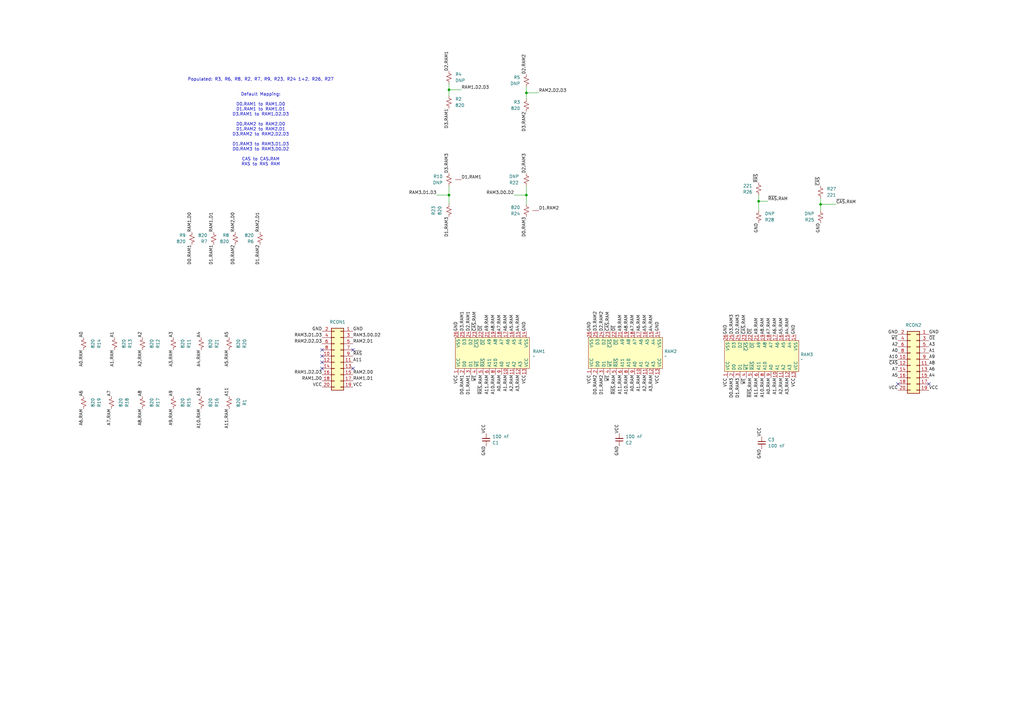
<source format=kicad_sch>
(kicad_sch
	(version 20231120)
	(generator "eeschema")
	(generator_version "8.0")
	(uuid "9f878bd2-bf4e-4aaf-a016-46e38727ad2e")
	(paper "A3")
	(lib_symbols
		(symbol "Addon:NPN_NN5117405BJ-60"
			(exclude_from_sim no)
			(in_bom yes)
			(on_board yes)
			(property "Reference" "RAM2"
				(at 0.6351 -15.875 90)
				(effects
					(font
						(size 1.27 1.27)
					)
					(justify right)
				)
			)
			(property "Value" "~"
				(at -1.27 -15.875 90)
				(effects
					(font
						(size 1.27 1.27)
					)
					(justify right)
				)
			)
			(property "Footprint" "3CHIP:RAM"
				(at 0 0 0)
				(effects
					(font
						(size 1.27 1.27)
					)
					(hide yes)
				)
			)
			(property "Datasheet" ""
				(at 0 0 0)
				(effects
					(font
						(size 1.27 1.27)
					)
					(hide yes)
				)
			)
			(property "Description" ""
				(at 0 0 0)
				(effects
					(font
						(size 1.27 1.27)
					)
					(hide yes)
				)
			)
			(symbol "NPN_NN5117405BJ-60_0_0"
				(pin power_in line
					(at -8.89 13.97 0)
					(length 2.54)
					(name "VCC"
						(effects
							(font
								(size 1.27 1.27)
							)
						)
					)
					(number "1"
						(effects
							(font
								(size 1.27 1.27)
							)
						)
					)
				)
				(pin input line
					(at -8.89 -6.35 0)
					(length 2.54)
					(name "A1"
						(effects
							(font
								(size 1.27 1.27)
							)
						)
					)
					(number "10"
						(effects
							(font
								(size 1.27 1.27)
							)
						)
					)
				)
				(pin input line
					(at -8.89 -8.89 0)
					(length 2.54)
					(name "A2"
						(effects
							(font
								(size 1.27 1.27)
							)
						)
					)
					(number "11"
						(effects
							(font
								(size 1.27 1.27)
							)
						)
					)
				)
				(pin input line
					(at -8.89 -11.43 0)
					(length 2.54)
					(name "A3"
						(effects
							(font
								(size 1.27 1.27)
							)
						)
					)
					(number "12"
						(effects
							(font
								(size 1.27 1.27)
							)
						)
					)
				)
				(pin power_in line
					(at -8.89 -13.97 0)
					(length 2.54)
					(name "VCC"
						(effects
							(font
								(size 1.27 1.27)
							)
						)
					)
					(number "13"
						(effects
							(font
								(size 1.27 1.27)
							)
						)
					)
				)
				(pin power_in line
					(at 8.89 -13.97 180)
					(length 2.54)
					(name "VSS"
						(effects
							(font
								(size 1.27 1.27)
							)
						)
					)
					(number "14"
						(effects
							(font
								(size 1.27 1.27)
							)
						)
					)
				)
				(pin input line
					(at 8.89 -11.43 180)
					(length 2.54)
					(name "A4"
						(effects
							(font
								(size 1.27 1.27)
							)
						)
					)
					(number "15"
						(effects
							(font
								(size 1.27 1.27)
							)
						)
					)
				)
				(pin input line
					(at 8.89 -8.89 180)
					(length 2.54)
					(name "A5"
						(effects
							(font
								(size 1.27 1.27)
							)
						)
					)
					(number "16"
						(effects
							(font
								(size 1.27 1.27)
							)
						)
					)
				)
				(pin input line
					(at 8.89 -6.35 180)
					(length 2.54)
					(name "A6"
						(effects
							(font
								(size 1.27 1.27)
							)
						)
					)
					(number "17"
						(effects
							(font
								(size 1.27 1.27)
							)
						)
					)
				)
				(pin input line
					(at 8.89 -3.81 180)
					(length 2.54)
					(name "A7"
						(effects
							(font
								(size 1.27 1.27)
							)
						)
					)
					(number "18"
						(effects
							(font
								(size 1.27 1.27)
							)
						)
					)
				)
				(pin input line
					(at 8.89 -1.27 180)
					(length 2.54)
					(name "A8"
						(effects
							(font
								(size 1.27 1.27)
							)
						)
					)
					(number "19"
						(effects
							(font
								(size 1.27 1.27)
							)
						)
					)
				)
				(pin bidirectional line
					(at -8.89 11.43 0)
					(length 2.54)
					(name "D0"
						(effects
							(font
								(size 1.27 1.27)
							)
						)
					)
					(number "2"
						(effects
							(font
								(size 1.27 1.27)
							)
						)
					)
				)
				(pin input line
					(at 8.89 1.27 180)
					(length 2.54)
					(name "A9"
						(effects
							(font
								(size 1.27 1.27)
							)
						)
					)
					(number "21"
						(effects
							(font
								(size 1.27 1.27)
							)
						)
					)
				)
				(pin input line
					(at 8.89 3.81 180)
					(length 2.54)
					(name "~{OE}"
						(effects
							(font
								(size 1.27 1.27)
							)
						)
					)
					(number "22"
						(effects
							(font
								(size 1.27 1.27)
							)
						)
					)
				)
				(pin input line
					(at 8.89 6.35 180)
					(length 2.54)
					(name "~{CAS}"
						(effects
							(font
								(size 1.27 1.27)
							)
						)
					)
					(number "23"
						(effects
							(font
								(size 1.27 1.27)
							)
						)
					)
				)
				(pin bidirectional line
					(at 8.89 8.89 180)
					(length 2.54)
					(name "D2"
						(effects
							(font
								(size 1.27 1.27)
							)
						)
					)
					(number "24"
						(effects
							(font
								(size 1.27 1.27)
							)
						)
					)
				)
				(pin bidirectional line
					(at 8.89 11.43 180)
					(length 2.54)
					(name "D3"
						(effects
							(font
								(size 1.27 1.27)
							)
						)
					)
					(number "25"
						(effects
							(font
								(size 1.27 1.27)
							)
						)
					)
				)
				(pin power_in line
					(at 8.89 13.97 180)
					(length 2.54)
					(name "VSS"
						(effects
							(font
								(size 1.27 1.27)
							)
						)
					)
					(number "26"
						(effects
							(font
								(size 1.27 1.27)
							)
						)
					)
				)
				(pin bidirectional line
					(at -8.89 8.89 0)
					(length 2.54)
					(name "D1"
						(effects
							(font
								(size 1.27 1.27)
							)
						)
					)
					(number "3"
						(effects
							(font
								(size 1.27 1.27)
							)
						)
					)
				)
				(pin input line
					(at -8.89 6.35 0)
					(length 2.54)
					(name "~{WE}"
						(effects
							(font
								(size 1.27 1.27)
							)
						)
					)
					(number "4"
						(effects
							(font
								(size 1.27 1.27)
							)
						)
					)
				)
				(pin input line
					(at -8.89 3.81 0)
					(length 2.54)
					(name "~{RAS}"
						(effects
							(font
								(size 1.27 1.27)
							)
						)
					)
					(number "5"
						(effects
							(font
								(size 1.27 1.27)
							)
						)
					)
				)
				(pin input line
					(at -8.89 1.27 0)
					(length 2.54)
					(name "A11"
						(effects
							(font
								(size 1.27 1.27)
							)
						)
					)
					(number "6"
						(effects
							(font
								(size 1.27 1.27)
							)
						)
					)
				)
				(pin input line
					(at -8.89 -1.27 0)
					(length 2.54)
					(name "A10"
						(effects
							(font
								(size 1.27 1.27)
							)
						)
					)
					(number "8"
						(effects
							(font
								(size 1.27 1.27)
							)
						)
					)
				)
				(pin input line
					(at -8.89 -3.81 0)
					(length 2.54)
					(name "A0"
						(effects
							(font
								(size 1.27 1.27)
							)
						)
					)
					(number "9"
						(effects
							(font
								(size 1.27 1.27)
							)
						)
					)
				)
			)
			(symbol "NPN_NN5117405BJ-60_1_1"
				(rectangle
					(start -6.35 15.24)
					(end 6.35 -15.24)
					(stroke
						(width 0)
						(type default)
					)
					(fill
						(type background)
					)
				)
			)
		)
		(symbol "Connector_Generic:Conn_02x10_Odd_Even"
			(pin_names
				(offset 1.016) hide)
			(exclude_from_sim no)
			(in_bom yes)
			(on_board yes)
			(property "Reference" "J"
				(at 1.27 12.7 0)
				(effects
					(font
						(size 1.27 1.27)
					)
				)
			)
			(property "Value" "Conn_02x10_Odd_Even"
				(at 1.27 -15.24 0)
				(effects
					(font
						(size 1.27 1.27)
					)
				)
			)
			(property "Footprint" ""
				(at 0 0 0)
				(effects
					(font
						(size 1.27 1.27)
					)
					(hide yes)
				)
			)
			(property "Datasheet" "~"
				(at 0 0 0)
				(effects
					(font
						(size 1.27 1.27)
					)
					(hide yes)
				)
			)
			(property "Description" "Generic connector, double row, 02x10, odd/even pin numbering scheme (row 1 odd numbers, row 2 even numbers), script generated (kicad-library-utils/schlib/autogen/connector/)"
				(at 0 0 0)
				(effects
					(font
						(size 1.27 1.27)
					)
					(hide yes)
				)
			)
			(property "ki_keywords" "connector"
				(at 0 0 0)
				(effects
					(font
						(size 1.27 1.27)
					)
					(hide yes)
				)
			)
			(property "ki_fp_filters" "Connector*:*_2x??_*"
				(at 0 0 0)
				(effects
					(font
						(size 1.27 1.27)
					)
					(hide yes)
				)
			)
			(symbol "Conn_02x10_Odd_Even_1_1"
				(rectangle
					(start -1.27 -12.573)
					(end 0 -12.827)
					(stroke
						(width 0.1524)
						(type default)
					)
					(fill
						(type none)
					)
				)
				(rectangle
					(start -1.27 -10.033)
					(end 0 -10.287)
					(stroke
						(width 0.1524)
						(type default)
					)
					(fill
						(type none)
					)
				)
				(rectangle
					(start -1.27 -7.493)
					(end 0 -7.747)
					(stroke
						(width 0.1524)
						(type default)
					)
					(fill
						(type none)
					)
				)
				(rectangle
					(start -1.27 -4.953)
					(end 0 -5.207)
					(stroke
						(width 0.1524)
						(type default)
					)
					(fill
						(type none)
					)
				)
				(rectangle
					(start -1.27 -2.413)
					(end 0 -2.667)
					(stroke
						(width 0.1524)
						(type default)
					)
					(fill
						(type none)
					)
				)
				(rectangle
					(start -1.27 0.127)
					(end 0 -0.127)
					(stroke
						(width 0.1524)
						(type default)
					)
					(fill
						(type none)
					)
				)
				(rectangle
					(start -1.27 2.667)
					(end 0 2.413)
					(stroke
						(width 0.1524)
						(type default)
					)
					(fill
						(type none)
					)
				)
				(rectangle
					(start -1.27 5.207)
					(end 0 4.953)
					(stroke
						(width 0.1524)
						(type default)
					)
					(fill
						(type none)
					)
				)
				(rectangle
					(start -1.27 7.747)
					(end 0 7.493)
					(stroke
						(width 0.1524)
						(type default)
					)
					(fill
						(type none)
					)
				)
				(rectangle
					(start -1.27 10.287)
					(end 0 10.033)
					(stroke
						(width 0.1524)
						(type default)
					)
					(fill
						(type none)
					)
				)
				(rectangle
					(start -1.27 11.43)
					(end 3.81 -13.97)
					(stroke
						(width 0.254)
						(type default)
					)
					(fill
						(type background)
					)
				)
				(rectangle
					(start 3.81 -12.573)
					(end 2.54 -12.827)
					(stroke
						(width 0.1524)
						(type default)
					)
					(fill
						(type none)
					)
				)
				(rectangle
					(start 3.81 -10.033)
					(end 2.54 -10.287)
					(stroke
						(width 0.1524)
						(type default)
					)
					(fill
						(type none)
					)
				)
				(rectangle
					(start 3.81 -7.493)
					(end 2.54 -7.747)
					(stroke
						(width 0.1524)
						(type default)
					)
					(fill
						(type none)
					)
				)
				(rectangle
					(start 3.81 -4.953)
					(end 2.54 -5.207)
					(stroke
						(width 0.1524)
						(type default)
					)
					(fill
						(type none)
					)
				)
				(rectangle
					(start 3.81 -2.413)
					(end 2.54 -2.667)
					(stroke
						(width 0.1524)
						(type default)
					)
					(fill
						(type none)
					)
				)
				(rectangle
					(start 3.81 0.127)
					(end 2.54 -0.127)
					(stroke
						(width 0.1524)
						(type default)
					)
					(fill
						(type none)
					)
				)
				(rectangle
					(start 3.81 2.667)
					(end 2.54 2.413)
					(stroke
						(width 0.1524)
						(type default)
					)
					(fill
						(type none)
					)
				)
				(rectangle
					(start 3.81 5.207)
					(end 2.54 4.953)
					(stroke
						(width 0.1524)
						(type default)
					)
					(fill
						(type none)
					)
				)
				(rectangle
					(start 3.81 7.747)
					(end 2.54 7.493)
					(stroke
						(width 0.1524)
						(type default)
					)
					(fill
						(type none)
					)
				)
				(rectangle
					(start 3.81 10.287)
					(end 2.54 10.033)
					(stroke
						(width 0.1524)
						(type default)
					)
					(fill
						(type none)
					)
				)
				(pin passive line
					(at -5.08 10.16 0)
					(length 3.81)
					(name "Pin_1"
						(effects
							(font
								(size 1.27 1.27)
							)
						)
					)
					(number "1"
						(effects
							(font
								(size 1.27 1.27)
							)
						)
					)
				)
				(pin passive line
					(at 7.62 0 180)
					(length 3.81)
					(name "Pin_10"
						(effects
							(font
								(size 1.27 1.27)
							)
						)
					)
					(number "10"
						(effects
							(font
								(size 1.27 1.27)
							)
						)
					)
				)
				(pin passive line
					(at -5.08 -2.54 0)
					(length 3.81)
					(name "Pin_11"
						(effects
							(font
								(size 1.27 1.27)
							)
						)
					)
					(number "11"
						(effects
							(font
								(size 1.27 1.27)
							)
						)
					)
				)
				(pin passive line
					(at 7.62 -2.54 180)
					(length 3.81)
					(name "Pin_12"
						(effects
							(font
								(size 1.27 1.27)
							)
						)
					)
					(number "12"
						(effects
							(font
								(size 1.27 1.27)
							)
						)
					)
				)
				(pin passive line
					(at -5.08 -5.08 0)
					(length 3.81)
					(name "Pin_13"
						(effects
							(font
								(size 1.27 1.27)
							)
						)
					)
					(number "13"
						(effects
							(font
								(size 1.27 1.27)
							)
						)
					)
				)
				(pin passive line
					(at 7.62 -5.08 180)
					(length 3.81)
					(name "Pin_14"
						(effects
							(font
								(size 1.27 1.27)
							)
						)
					)
					(number "14"
						(effects
							(font
								(size 1.27 1.27)
							)
						)
					)
				)
				(pin passive line
					(at -5.08 -7.62 0)
					(length 3.81)
					(name "Pin_15"
						(effects
							(font
								(size 1.27 1.27)
							)
						)
					)
					(number "15"
						(effects
							(font
								(size 1.27 1.27)
							)
						)
					)
				)
				(pin passive line
					(at 7.62 -7.62 180)
					(length 3.81)
					(name "Pin_16"
						(effects
							(font
								(size 1.27 1.27)
							)
						)
					)
					(number "16"
						(effects
							(font
								(size 1.27 1.27)
							)
						)
					)
				)
				(pin passive line
					(at -5.08 -10.16 0)
					(length 3.81)
					(name "Pin_17"
						(effects
							(font
								(size 1.27 1.27)
							)
						)
					)
					(number "17"
						(effects
							(font
								(size 1.27 1.27)
							)
						)
					)
				)
				(pin passive line
					(at 7.62 -10.16 180)
					(length 3.81)
					(name "Pin_18"
						(effects
							(font
								(size 1.27 1.27)
							)
						)
					)
					(number "18"
						(effects
							(font
								(size 1.27 1.27)
							)
						)
					)
				)
				(pin passive line
					(at -5.08 -12.7 0)
					(length 3.81)
					(name "Pin_19"
						(effects
							(font
								(size 1.27 1.27)
							)
						)
					)
					(number "19"
						(effects
							(font
								(size 1.27 1.27)
							)
						)
					)
				)
				(pin passive line
					(at 7.62 10.16 180)
					(length 3.81)
					(name "Pin_2"
						(effects
							(font
								(size 1.27 1.27)
							)
						)
					)
					(number "2"
						(effects
							(font
								(size 1.27 1.27)
							)
						)
					)
				)
				(pin passive line
					(at 7.62 -12.7 180)
					(length 3.81)
					(name "Pin_20"
						(effects
							(font
								(size 1.27 1.27)
							)
						)
					)
					(number "20"
						(effects
							(font
								(size 1.27 1.27)
							)
						)
					)
				)
				(pin passive line
					(at -5.08 7.62 0)
					(length 3.81)
					(name "Pin_3"
						(effects
							(font
								(size 1.27 1.27)
							)
						)
					)
					(number "3"
						(effects
							(font
								(size 1.27 1.27)
							)
						)
					)
				)
				(pin passive line
					(at 7.62 7.62 180)
					(length 3.81)
					(name "Pin_4"
						(effects
							(font
								(size 1.27 1.27)
							)
						)
					)
					(number "4"
						(effects
							(font
								(size 1.27 1.27)
							)
						)
					)
				)
				(pin passive line
					(at -5.08 5.08 0)
					(length 3.81)
					(name "Pin_5"
						(effects
							(font
								(size 1.27 1.27)
							)
						)
					)
					(number "5"
						(effects
							(font
								(size 1.27 1.27)
							)
						)
					)
				)
				(pin passive line
					(at 7.62 5.08 180)
					(length 3.81)
					(name "Pin_6"
						(effects
							(font
								(size 1.27 1.27)
							)
						)
					)
					(number "6"
						(effects
							(font
								(size 1.27 1.27)
							)
						)
					)
				)
				(pin passive line
					(at -5.08 2.54 0)
					(length 3.81)
					(name "Pin_7"
						(effects
							(font
								(size 1.27 1.27)
							)
						)
					)
					(number "7"
						(effects
							(font
								(size 1.27 1.27)
							)
						)
					)
				)
				(pin passive line
					(at 7.62 2.54 180)
					(length 3.81)
					(name "Pin_8"
						(effects
							(font
								(size 1.27 1.27)
							)
						)
					)
					(number "8"
						(effects
							(font
								(size 1.27 1.27)
							)
						)
					)
				)
				(pin passive line
					(at -5.08 0 0)
					(length 3.81)
					(name "Pin_9"
						(effects
							(font
								(size 1.27 1.27)
							)
						)
					)
					(number "9"
						(effects
							(font
								(size 1.27 1.27)
							)
						)
					)
				)
			)
		)
		(symbol "Device:C_Small"
			(pin_numbers hide)
			(pin_names
				(offset 0.254) hide)
			(exclude_from_sim no)
			(in_bom yes)
			(on_board yes)
			(property "Reference" "C"
				(at 0.254 1.778 0)
				(effects
					(font
						(size 1.27 1.27)
					)
					(justify left)
				)
			)
			(property "Value" "C_Small"
				(at 0.254 -2.032 0)
				(effects
					(font
						(size 1.27 1.27)
					)
					(justify left)
				)
			)
			(property "Footprint" ""
				(at 0 0 0)
				(effects
					(font
						(size 1.27 1.27)
					)
					(hide yes)
				)
			)
			(property "Datasheet" "~"
				(at 0 0 0)
				(effects
					(font
						(size 1.27 1.27)
					)
					(hide yes)
				)
			)
			(property "Description" "Unpolarized capacitor, small symbol"
				(at 0 0 0)
				(effects
					(font
						(size 1.27 1.27)
					)
					(hide yes)
				)
			)
			(property "ki_keywords" "capacitor cap"
				(at 0 0 0)
				(effects
					(font
						(size 1.27 1.27)
					)
					(hide yes)
				)
			)
			(property "ki_fp_filters" "C_*"
				(at 0 0 0)
				(effects
					(font
						(size 1.27 1.27)
					)
					(hide yes)
				)
			)
			(symbol "C_Small_0_1"
				(polyline
					(pts
						(xy -1.524 -0.508) (xy 1.524 -0.508)
					)
					(stroke
						(width 0.3302)
						(type default)
					)
					(fill
						(type none)
					)
				)
				(polyline
					(pts
						(xy -1.524 0.508) (xy 1.524 0.508)
					)
					(stroke
						(width 0.3048)
						(type default)
					)
					(fill
						(type none)
					)
				)
			)
			(symbol "C_Small_1_1"
				(pin passive line
					(at 0 2.54 270)
					(length 2.032)
					(name "~"
						(effects
							(font
								(size 1.27 1.27)
							)
						)
					)
					(number "1"
						(effects
							(font
								(size 1.27 1.27)
							)
						)
					)
				)
				(pin passive line
					(at 0 -2.54 90)
					(length 2.032)
					(name "~"
						(effects
							(font
								(size 1.27 1.27)
							)
						)
					)
					(number "2"
						(effects
							(font
								(size 1.27 1.27)
							)
						)
					)
				)
			)
		)
		(symbol "Device:R_Small_US"
			(pin_numbers hide)
			(pin_names
				(offset 0.254) hide)
			(exclude_from_sim no)
			(in_bom yes)
			(on_board yes)
			(property "Reference" "R"
				(at 0.762 0.508 0)
				(effects
					(font
						(size 1.27 1.27)
					)
					(justify left)
				)
			)
			(property "Value" "R_Small_US"
				(at 0.762 -1.016 0)
				(effects
					(font
						(size 1.27 1.27)
					)
					(justify left)
				)
			)
			(property "Footprint" ""
				(at 0 0 0)
				(effects
					(font
						(size 1.27 1.27)
					)
					(hide yes)
				)
			)
			(property "Datasheet" "~"
				(at 0 0 0)
				(effects
					(font
						(size 1.27 1.27)
					)
					(hide yes)
				)
			)
			(property "Description" "Resistor, small US symbol"
				(at 0 0 0)
				(effects
					(font
						(size 1.27 1.27)
					)
					(hide yes)
				)
			)
			(property "ki_keywords" "r resistor"
				(at 0 0 0)
				(effects
					(font
						(size 1.27 1.27)
					)
					(hide yes)
				)
			)
			(property "ki_fp_filters" "R_*"
				(at 0 0 0)
				(effects
					(font
						(size 1.27 1.27)
					)
					(hide yes)
				)
			)
			(symbol "R_Small_US_1_1"
				(polyline
					(pts
						(xy 0 0) (xy 1.016 -0.381) (xy 0 -0.762) (xy -1.016 -1.143) (xy 0 -1.524)
					)
					(stroke
						(width 0)
						(type default)
					)
					(fill
						(type none)
					)
				)
				(polyline
					(pts
						(xy 0 1.524) (xy 1.016 1.143) (xy 0 0.762) (xy -1.016 0.381) (xy 0 0)
					)
					(stroke
						(width 0)
						(type default)
					)
					(fill
						(type none)
					)
				)
				(pin passive line
					(at 0 2.54 270)
					(length 1.016)
					(name "~"
						(effects
							(font
								(size 1.27 1.27)
							)
						)
					)
					(number "1"
						(effects
							(font
								(size 1.27 1.27)
							)
						)
					)
				)
				(pin passive line
					(at 0 -2.54 90)
					(length 1.016)
					(name "~"
						(effects
							(font
								(size 1.27 1.27)
							)
						)
					)
					(number "2"
						(effects
							(font
								(size 1.27 1.27)
							)
						)
					)
				)
			)
		)
		(symbol "NPN_NN5117405BJ-60_1"
			(exclude_from_sim no)
			(in_bom yes)
			(on_board yes)
			(property "Reference" "RAM1"
				(at 0.6351 -16.51 90)
				(effects
					(font
						(size 1.27 1.27)
					)
					(justify right)
				)
			)
			(property "Value" "~"
				(at -1.27 -16.51 90)
				(effects
					(font
						(size 1.27 1.27)
					)
					(justify right)
				)
			)
			(property "Footprint" "3CHIP:RAM"
				(at 0 0 0)
				(effects
					(font
						(size 1.27 1.27)
					)
					(hide yes)
				)
			)
			(property "Datasheet" ""
				(at 0 0 0)
				(effects
					(font
						(size 1.27 1.27)
					)
					(hide yes)
				)
			)
			(property "Description" ""
				(at 0 0 0)
				(effects
					(font
						(size 1.27 1.27)
					)
					(hide yes)
				)
			)
			(symbol "NPN_NN5117405BJ-60_1_0_0"
				(pin power_in line
					(at -8.89 13.97 0)
					(length 2.54)
					(name "VCC"
						(effects
							(font
								(size 1.27 1.27)
							)
						)
					)
					(number "1"
						(effects
							(font
								(size 1.27 1.27)
							)
						)
					)
				)
				(pin input line
					(at -8.89 -6.35 0)
					(length 2.54)
					(name "A1"
						(effects
							(font
								(size 1.27 1.27)
							)
						)
					)
					(number "10"
						(effects
							(font
								(size 1.27 1.27)
							)
						)
					)
				)
				(pin input line
					(at -8.89 -8.89 0)
					(length 2.54)
					(name "A2"
						(effects
							(font
								(size 1.27 1.27)
							)
						)
					)
					(number "11"
						(effects
							(font
								(size 1.27 1.27)
							)
						)
					)
				)
				(pin input line
					(at -8.89 -11.43 0)
					(length 2.54)
					(name "A3"
						(effects
							(font
								(size 1.27 1.27)
							)
						)
					)
					(number "12"
						(effects
							(font
								(size 1.27 1.27)
							)
						)
					)
				)
				(pin power_in line
					(at -8.89 -13.97 0)
					(length 2.54)
					(name "VCC"
						(effects
							(font
								(size 1.27 1.27)
							)
						)
					)
					(number "13"
						(effects
							(font
								(size 1.27 1.27)
							)
						)
					)
				)
				(pin power_in line
					(at 8.89 -13.97 180)
					(length 2.54)
					(name "VSS"
						(effects
							(font
								(size 1.27 1.27)
							)
						)
					)
					(number "14"
						(effects
							(font
								(size 1.27 1.27)
							)
						)
					)
				)
				(pin input line
					(at 8.89 -11.43 180)
					(length 2.54)
					(name "A4"
						(effects
							(font
								(size 1.27 1.27)
							)
						)
					)
					(number "15"
						(effects
							(font
								(size 1.27 1.27)
							)
						)
					)
				)
				(pin input line
					(at 8.89 -8.89 180)
					(length 2.54)
					(name "A5"
						(effects
							(font
								(size 1.27 1.27)
							)
						)
					)
					(number "16"
						(effects
							(font
								(size 1.27 1.27)
							)
						)
					)
				)
				(pin input line
					(at 8.89 -6.35 180)
					(length 2.54)
					(name "A6"
						(effects
							(font
								(size 1.27 1.27)
							)
						)
					)
					(number "17"
						(effects
							(font
								(size 1.27 1.27)
							)
						)
					)
				)
				(pin input line
					(at 8.89 -3.81 180)
					(length 2.54)
					(name "A7"
						(effects
							(font
								(size 1.27 1.27)
							)
						)
					)
					(number "18"
						(effects
							(font
								(size 1.27 1.27)
							)
						)
					)
				)
				(pin input line
					(at 8.89 -1.27 180)
					(length 2.54)
					(name "A8"
						(effects
							(font
								(size 1.27 1.27)
							)
						)
					)
					(number "19"
						(effects
							(font
								(size 1.27 1.27)
							)
						)
					)
				)
				(pin bidirectional line
					(at -8.89 11.43 0)
					(length 2.54)
					(name "D0"
						(effects
							(font
								(size 1.27 1.27)
							)
						)
					)
					(number "2"
						(effects
							(font
								(size 1.27 1.27)
							)
						)
					)
				)
				(pin input line
					(at 8.89 1.27 180)
					(length 2.54)
					(name "A9"
						(effects
							(font
								(size 1.27 1.27)
							)
						)
					)
					(number "21"
						(effects
							(font
								(size 1.27 1.27)
							)
						)
					)
				)
				(pin input line
					(at 8.89 3.81 180)
					(length 2.54)
					(name "~{OE}"
						(effects
							(font
								(size 1.27 1.27)
							)
						)
					)
					(number "22"
						(effects
							(font
								(size 1.27 1.27)
							)
						)
					)
				)
				(pin input line
					(at 8.89 6.35 180)
					(length 2.54)
					(name "~{CAS}"
						(effects
							(font
								(size 1.27 1.27)
							)
						)
					)
					(number "23"
						(effects
							(font
								(size 1.27 1.27)
							)
						)
					)
				)
				(pin bidirectional line
					(at 8.89 8.89 180)
					(length 2.54)
					(name "D2"
						(effects
							(font
								(size 1.27 1.27)
							)
						)
					)
					(number "24"
						(effects
							(font
								(size 1.27 1.27)
							)
						)
					)
				)
				(pin bidirectional line
					(at 8.89 11.43 180)
					(length 2.54)
					(name "D3"
						(effects
							(font
								(size 1.27 1.27)
							)
						)
					)
					(number "25"
						(effects
							(font
								(size 1.27 1.27)
							)
						)
					)
				)
				(pin power_in line
					(at 8.89 13.97 180)
					(length 2.54)
					(name "VSS"
						(effects
							(font
								(size 1.27 1.27)
							)
						)
					)
					(number "26"
						(effects
							(font
								(size 1.27 1.27)
							)
						)
					)
				)
				(pin bidirectional line
					(at -8.89 8.89 0)
					(length 2.54)
					(name "D1"
						(effects
							(font
								(size 1.27 1.27)
							)
						)
					)
					(number "3"
						(effects
							(font
								(size 1.27 1.27)
							)
						)
					)
				)
				(pin input line
					(at -8.89 6.35 0)
					(length 2.54)
					(name "~{WE}"
						(effects
							(font
								(size 1.27 1.27)
							)
						)
					)
					(number "4"
						(effects
							(font
								(size 1.27 1.27)
							)
						)
					)
				)
				(pin input line
					(at -8.89 3.81 0)
					(length 2.54)
					(name "~{RAS}"
						(effects
							(font
								(size 1.27 1.27)
							)
						)
					)
					(number "5"
						(effects
							(font
								(size 1.27 1.27)
							)
						)
					)
				)
				(pin input line
					(at -8.89 1.27 0)
					(length 2.54)
					(name "A11"
						(effects
							(font
								(size 1.27 1.27)
							)
						)
					)
					(number "6"
						(effects
							(font
								(size 1.27 1.27)
							)
						)
					)
				)
				(pin input line
					(at -8.89 -1.27 0)
					(length 2.54)
					(name "A10"
						(effects
							(font
								(size 1.27 1.27)
							)
						)
					)
					(number "8"
						(effects
							(font
								(size 1.27 1.27)
							)
						)
					)
				)
				(pin input line
					(at -8.89 -3.81 0)
					(length 2.54)
					(name "A0"
						(effects
							(font
								(size 1.27 1.27)
							)
						)
					)
					(number "9"
						(effects
							(font
								(size 1.27 1.27)
							)
						)
					)
				)
			)
			(symbol "NPN_NN5117405BJ-60_1_1_1"
				(rectangle
					(start -6.35 15.24)
					(end 6.35 -15.24)
					(stroke
						(width 0)
						(type default)
					)
					(fill
						(type background)
					)
				)
			)
		)
		(symbol "NPN_NN5117405BJ-60_3"
			(exclude_from_sim no)
			(in_bom yes)
			(on_board yes)
			(property "Reference" "RAM3"
				(at 0.6351 -15.875 90)
				(effects
					(font
						(size 1.27 1.27)
					)
					(justify right)
				)
			)
			(property "Value" "~"
				(at -1.27 -15.875 90)
				(effects
					(font
						(size 1.27 1.27)
					)
					(justify right)
				)
			)
			(property "Footprint" "3CHIP:RAM"
				(at 0 0 0)
				(effects
					(font
						(size 1.27 1.27)
					)
					(hide yes)
				)
			)
			(property "Datasheet" ""
				(at 0 0 0)
				(effects
					(font
						(size 1.27 1.27)
					)
					(hide yes)
				)
			)
			(property "Description" ""
				(at 0 0 0)
				(effects
					(font
						(size 1.27 1.27)
					)
					(hide yes)
				)
			)
			(symbol "NPN_NN5117405BJ-60_3_0_0"
				(pin power_in line
					(at -8.89 13.97 0)
					(length 2.54)
					(name "VCC"
						(effects
							(font
								(size 1.27 1.27)
							)
						)
					)
					(number "1"
						(effects
							(font
								(size 1.27 1.27)
							)
						)
					)
				)
				(pin input line
					(at -8.89 -6.35 0)
					(length 2.54)
					(name "A1"
						(effects
							(font
								(size 1.27 1.27)
							)
						)
					)
					(number "10"
						(effects
							(font
								(size 1.27 1.27)
							)
						)
					)
				)
				(pin input line
					(at -8.89 -8.89 0)
					(length 2.54)
					(name "A2"
						(effects
							(font
								(size 1.27 1.27)
							)
						)
					)
					(number "11"
						(effects
							(font
								(size 1.27 1.27)
							)
						)
					)
				)
				(pin input line
					(at -8.89 -11.43 0)
					(length 2.54)
					(name "A3"
						(effects
							(font
								(size 1.27 1.27)
							)
						)
					)
					(number "12"
						(effects
							(font
								(size 1.27 1.27)
							)
						)
					)
				)
				(pin power_in line
					(at -8.89 -13.97 0)
					(length 2.54)
					(name "VCC"
						(effects
							(font
								(size 1.27 1.27)
							)
						)
					)
					(number "13"
						(effects
							(font
								(size 1.27 1.27)
							)
						)
					)
				)
				(pin power_in line
					(at 8.89 -13.97 180)
					(length 2.54)
					(name "VSS"
						(effects
							(font
								(size 1.27 1.27)
							)
						)
					)
					(number "14"
						(effects
							(font
								(size 1.27 1.27)
							)
						)
					)
				)
				(pin input line
					(at 8.89 -11.43 180)
					(length 2.54)
					(name "A4"
						(effects
							(font
								(size 1.27 1.27)
							)
						)
					)
					(number "15"
						(effects
							(font
								(size 1.27 1.27)
							)
						)
					)
				)
				(pin input line
					(at 8.89 -8.89 180)
					(length 2.54)
					(name "A5"
						(effects
							(font
								(size 1.27 1.27)
							)
						)
					)
					(number "16"
						(effects
							(font
								(size 1.27 1.27)
							)
						)
					)
				)
				(pin input line
					(at 8.89 -6.35 180)
					(length 2.54)
					(name "A6"
						(effects
							(font
								(size 1.27 1.27)
							)
						)
					)
					(number "17"
						(effects
							(font
								(size 1.27 1.27)
							)
						)
					)
				)
				(pin input line
					(at 8.89 -3.81 180)
					(length 2.54)
					(name "A7"
						(effects
							(font
								(size 1.27 1.27)
							)
						)
					)
					(number "18"
						(effects
							(font
								(size 1.27 1.27)
							)
						)
					)
				)
				(pin input line
					(at 8.89 -1.27 180)
					(length 2.54)
					(name "A8"
						(effects
							(font
								(size 1.27 1.27)
							)
						)
					)
					(number "19"
						(effects
							(font
								(size 1.27 1.27)
							)
						)
					)
				)
				(pin bidirectional line
					(at -8.89 11.43 0)
					(length 2.54)
					(name "D0"
						(effects
							(font
								(size 1.27 1.27)
							)
						)
					)
					(number "2"
						(effects
							(font
								(size 1.27 1.27)
							)
						)
					)
				)
				(pin input line
					(at 8.89 1.27 180)
					(length 2.54)
					(name "A9"
						(effects
							(font
								(size 1.27 1.27)
							)
						)
					)
					(number "21"
						(effects
							(font
								(size 1.27 1.27)
							)
						)
					)
				)
				(pin input line
					(at 8.89 3.81 180)
					(length 2.54)
					(name "~{OE}"
						(effects
							(font
								(size 1.27 1.27)
							)
						)
					)
					(number "22"
						(effects
							(font
								(size 1.27 1.27)
							)
						)
					)
				)
				(pin input line
					(at 8.89 6.35 180)
					(length 2.54)
					(name "~{CAS}"
						(effects
							(font
								(size 1.27 1.27)
							)
						)
					)
					(number "23"
						(effects
							(font
								(size 1.27 1.27)
							)
						)
					)
				)
				(pin bidirectional line
					(at 8.89 8.89 180)
					(length 2.54)
					(name "D2"
						(effects
							(font
								(size 1.27 1.27)
							)
						)
					)
					(number "24"
						(effects
							(font
								(size 1.27 1.27)
							)
						)
					)
				)
				(pin bidirectional line
					(at 8.89 11.43 180)
					(length 2.54)
					(name "D3"
						(effects
							(font
								(size 1.27 1.27)
							)
						)
					)
					(number "25"
						(effects
							(font
								(size 1.27 1.27)
							)
						)
					)
				)
				(pin power_in line
					(at 8.89 13.97 180)
					(length 2.54)
					(name "VSS"
						(effects
							(font
								(size 1.27 1.27)
							)
						)
					)
					(number "26"
						(effects
							(font
								(size 1.27 1.27)
							)
						)
					)
				)
				(pin bidirectional line
					(at -8.89 8.89 0)
					(length 2.54)
					(name "D1"
						(effects
							(font
								(size 1.27 1.27)
							)
						)
					)
					(number "3"
						(effects
							(font
								(size 1.27 1.27)
							)
						)
					)
				)
				(pin input line
					(at -8.89 6.35 0)
					(length 2.54)
					(name "~{WE}"
						(effects
							(font
								(size 1.27 1.27)
							)
						)
					)
					(number "4"
						(effects
							(font
								(size 1.27 1.27)
							)
						)
					)
				)
				(pin input line
					(at -8.89 3.81 0)
					(length 2.54)
					(name "~{RAS}"
						(effects
							(font
								(size 1.27 1.27)
							)
						)
					)
					(number "5"
						(effects
							(font
								(size 1.27 1.27)
							)
						)
					)
				)
				(pin input line
					(at -8.89 1.27 0)
					(length 2.54)
					(name "A11"
						(effects
							(font
								(size 1.27 1.27)
							)
						)
					)
					(number "6"
						(effects
							(font
								(size 1.27 1.27)
							)
						)
					)
				)
				(pin input line
					(at -8.89 -1.27 0)
					(length 2.54)
					(name "A10"
						(effects
							(font
								(size 1.27 1.27)
							)
						)
					)
					(number "8"
						(effects
							(font
								(size 1.27 1.27)
							)
						)
					)
				)
				(pin input line
					(at -8.89 -3.81 0)
					(length 2.54)
					(name "A0"
						(effects
							(font
								(size 1.27 1.27)
							)
						)
					)
					(number "9"
						(effects
							(font
								(size 1.27 1.27)
							)
						)
					)
				)
			)
			(symbol "NPN_NN5117405BJ-60_3_1_1"
				(rectangle
					(start -6.35 15.24)
					(end 6.35 -15.24)
					(stroke
						(width 0)
						(type default)
					)
					(fill
						(type background)
					)
				)
			)
		)
		(symbol "R_Small_US_1"
			(pin_numbers hide)
			(pin_names
				(offset 0.254) hide)
			(exclude_from_sim no)
			(in_bom yes)
			(on_board yes)
			(property "Reference" "R10"
				(at 2.54 1.2701 0)
				(effects
					(font
						(size 1.27 1.27)
					)
					(justify left)
				)
			)
			(property "Value" "DNP"
				(at 2.54 -1.2699 0)
				(effects
					(font
						(size 1.27 1.27)
					)
					(justify left)
				)
			)
			(property "Footprint" "3CHIP:SMD R3"
				(at 0 0 0)
				(effects
					(font
						(size 1.27 1.27)
					)
					(hide yes)
				)
			)
			(property "Datasheet" "~"
				(at 0 0 0)
				(effects
					(font
						(size 1.27 1.27)
					)
					(hide yes)
				)
			)
			(property "Description" "Resistor, small US symbol"
				(at 0 0 0)
				(effects
					(font
						(size 1.27 1.27)
					)
					(hide yes)
				)
			)
			(property "ki_keywords" "r resistor"
				(at 0 0 0)
				(effects
					(font
						(size 1.27 1.27)
					)
					(hide yes)
				)
			)
			(property "ki_fp_filters" "R_*"
				(at 0 0 0)
				(effects
					(font
						(size 1.27 1.27)
					)
					(hide yes)
				)
			)
			(symbol "R_Small_US_1_1_1"
				(polyline
					(pts
						(xy 0 0) (xy 1.016 -0.381) (xy 0 -0.762) (xy -1.016 -1.143) (xy 0 -1.524)
					)
					(stroke
						(width 0)
						(type default)
					)
					(fill
						(type none)
					)
				)
				(polyline
					(pts
						(xy 0 1.524) (xy 1.016 1.143) (xy 0 0.762) (xy -1.016 0.381) (xy 0 0)
					)
					(stroke
						(width 0)
						(type default)
					)
					(fill
						(type none)
					)
				)
				(pin passive line
					(at 0 2.54 270)
					(length 1.016)
					(name "~"
						(effects
							(font
								(size 1.27 1.27)
							)
						)
					)
					(number "1"
						(effects
							(font
								(size 1.27 1.27)
							)
						)
					)
				)
				(pin passive line
					(at 0 -2.54 90)
					(length 1.016)
					(name "~"
						(effects
							(font
								(size 1.27 1.27)
							)
						)
					)
					(number "2"
						(effects
							(font
								(size 1.27 1.27)
							)
						)
					)
				)
				(pin input line
					(at -5.08 0 0)
					(length 2.54)
					(name "Pad_3"
						(effects
							(font
								(size 1.27 1.27)
							)
						)
					)
					(number "3"
						(effects
							(font
								(size 1.27 1.27)
							)
						)
					)
				)
			)
		)
		(symbol "R_Small_US_2"
			(pin_numbers hide)
			(pin_names
				(offset 0.254) hide)
			(exclude_from_sim no)
			(in_bom yes)
			(on_board yes)
			(property "Reference" "R24"
				(at 2.54 1.2701 0)
				(effects
					(font
						(size 1.27 1.27)
					)
					(justify left)
				)
			)
			(property "Value" "820"
				(at 2.54 -1.2699 0)
				(effects
					(font
						(size 1.27 1.27)
					)
					(justify left)
				)
			)
			(property "Footprint" "3CHIP:SMD R3"
				(at 0 0 0)
				(effects
					(font
						(size 1.27 1.27)
					)
					(hide yes)
				)
			)
			(property "Datasheet" "~"
				(at 0 0 0)
				(effects
					(font
						(size 1.27 1.27)
					)
					(hide yes)
				)
			)
			(property "Description" "Resistor, small US symbol"
				(at 0 0 0)
				(effects
					(font
						(size 1.27 1.27)
					)
					(hide yes)
				)
			)
			(property "ki_keywords" "r resistor"
				(at 0 0 0)
				(effects
					(font
						(size 1.27 1.27)
					)
					(hide yes)
				)
			)
			(property "ki_fp_filters" "R_*"
				(at 0 0 0)
				(effects
					(font
						(size 1.27 1.27)
					)
					(hide yes)
				)
			)
			(symbol "R_Small_US_2_1_1"
				(polyline
					(pts
						(xy 0 0) (xy 1.016 -0.381) (xy 0 -0.762) (xy -1.016 -1.143) (xy 0 -1.524)
					)
					(stroke
						(width 0)
						(type default)
					)
					(fill
						(type none)
					)
				)
				(polyline
					(pts
						(xy 0 1.524) (xy 1.016 1.143) (xy 0 0.762) (xy -1.016 0.381) (xy 0 0)
					)
					(stroke
						(width 0)
						(type default)
					)
					(fill
						(type none)
					)
				)
				(pin passive line
					(at 0 2.54 270)
					(length 1.016)
					(name "~"
						(effects
							(font
								(size 1.27 1.27)
							)
						)
					)
					(number "1"
						(effects
							(font
								(size 1.27 1.27)
							)
						)
					)
				)
				(pin passive line
					(at 0 -2.54 90)
					(length 1.016)
					(name "~"
						(effects
							(font
								(size 1.27 1.27)
							)
						)
					)
					(number "2"
						(effects
							(font
								(size 1.27 1.27)
							)
						)
					)
				)
				(pin input line
					(at -5.08 0 0)
					(length 2.54)
					(name "Pad_3"
						(effects
							(font
								(size 1.27 1.27)
							)
						)
					)
					(number "3"
						(effects
							(font
								(size 1.27 1.27)
							)
						)
					)
				)
			)
		)
	)
	(junction
		(at 311.15 82.55)
		(diameter 0)
		(color 0 0 0 0)
		(uuid "2047f7dc-f1a3-439e-a610-3cfa9eceabd7")
	)
	(junction
		(at 184.15 80.01)
		(diameter 0)
		(color 0 0 0 0)
		(uuid "37843cd9-b7d5-4ee5-94f8-9b28b94d5074")
	)
	(junction
		(at 336.55 83.82)
		(diameter 0)
		(color 0 0 0 0)
		(uuid "47b80343-332d-41c6-b16a-dd83dfbbd882")
	)
	(junction
		(at 184.15 36.83)
		(diameter 0)
		(color 0 0 0 0)
		(uuid "810236b2-08ec-474c-a57e-226be96a5515")
	)
	(junction
		(at 215.9 38.1)
		(diameter 0)
		(color 0 0 0 0)
		(uuid "83acc1d8-765e-456d-9a83-0627aded61a3")
	)
	(junction
		(at 215.9 80.01)
		(diameter 0)
		(color 0 0 0 0)
		(uuid "d17c64db-c69d-4f8b-a509-dc8ddff05e8f")
	)
	(no_connect
		(at 132.08 146.05)
		(uuid "0d8d7ab7-6647-4ac3-bed7-f7a835302e92")
	)
	(no_connect
		(at 144.78 151.13)
		(uuid "27eb9597-7162-46e7-90ef-ecf579831af8")
	)
	(no_connect
		(at 381 157.48)
		(uuid "82cc10a0-82f4-4123-a4e1-47a81637a128")
	)
	(no_connect
		(at 132.08 148.59)
		(uuid "9874a61b-45ad-4b12-8f3e-195917a5960c")
	)
	(no_connect
		(at 368.3 157.48)
		(uuid "a10e8558-3e85-4b9e-bf88-36adbcff4554")
	)
	(no_connect
		(at 132.08 143.51)
		(uuid "b0dcf114-6e3f-403b-837d-414b7d3ecb2e")
	)
	(no_connect
		(at 132.08 151.13)
		(uuid "b0ead839-ff07-433a-a2bd-6b40e2658576")
	)
	(no_connect
		(at 144.78 143.51)
		(uuid "c22550d2-e439-462c-ab6c-3b8e6349918b")
	)
	(wire
		(pts
			(xy 189.23 36.83) (xy 184.15 36.83)
		)
		(stroke
			(width 0)
			(type default)
		)
		(uuid "01bb8fc7-a64a-4972-9bf0-53daacdce148")
	)
	(wire
		(pts
			(xy 336.55 83.82) (xy 336.55 81.28)
		)
		(stroke
			(width 0)
			(type default)
		)
		(uuid "06e9167c-4d00-4157-8c11-1ccd2752e20b")
	)
	(wire
		(pts
			(xy 336.55 86.36) (xy 336.55 83.82)
		)
		(stroke
			(width 0)
			(type default)
		)
		(uuid "0af8acfa-2ddd-4f41-acc5-6d9866996f23")
	)
	(wire
		(pts
			(xy 210.82 80.01) (xy 215.9 80.01)
		)
		(stroke
			(width 0)
			(type default)
		)
		(uuid "18671e78-37bb-448c-a482-4b5947205db9")
	)
	(wire
		(pts
			(xy 342.9 83.82) (xy 336.55 83.82)
		)
		(stroke
			(width 0)
			(type default)
		)
		(uuid "2f090a89-39cf-4611-8109-74fafa866df0")
	)
	(wire
		(pts
			(xy 311.15 82.55) (xy 311.15 80.01)
		)
		(stroke
			(width 0)
			(type default)
		)
		(uuid "3551d63c-be54-4dc1-b572-657911fb1692")
	)
	(wire
		(pts
			(xy 314.96 82.55) (xy 311.15 82.55)
		)
		(stroke
			(width 0)
			(type default)
		)
		(uuid "56c1819f-8479-475a-85f1-f00447bf39cc")
	)
	(wire
		(pts
			(xy 311.15 82.55) (xy 311.15 86.36)
		)
		(stroke
			(width 0)
			(type default)
		)
		(uuid "6624a8a1-49a8-43f3-a224-b80896e3e922")
	)
	(wire
		(pts
			(xy 184.15 39.37) (xy 184.15 36.83)
		)
		(stroke
			(width 0)
			(type default)
		)
		(uuid "762ae307-ef39-4a1d-b2c1-2aec984561dd")
	)
	(wire
		(pts
			(xy 184.15 36.83) (xy 184.15 34.29)
		)
		(stroke
			(width 0)
			(type default)
		)
		(uuid "810d5ad4-709f-49bc-8425-1f8524953ece")
	)
	(wire
		(pts
			(xy 184.15 76.2) (xy 184.15 80.01)
		)
		(stroke
			(width 0)
			(type default)
		)
		(uuid "8b41ee8b-8c1f-4bc1-9599-192069a386ca")
	)
	(wire
		(pts
			(xy 215.9 76.2) (xy 215.9 80.01)
		)
		(stroke
			(width 0)
			(type default)
		)
		(uuid "911737fa-6954-422e-bc2b-f6c45fcd340e")
	)
	(wire
		(pts
			(xy 184.15 80.01) (xy 184.15 83.82)
		)
		(stroke
			(width 0)
			(type default)
		)
		(uuid "a03ef372-dd84-4296-91c3-e900da34f1ba")
	)
	(wire
		(pts
			(xy 215.9 38.1) (xy 215.9 35.56)
		)
		(stroke
			(width 0)
			(type default)
		)
		(uuid "a259dfdf-4144-4e96-8d5d-9ad574bca3bd")
	)
	(wire
		(pts
			(xy 215.9 38.1) (xy 215.9 40.64)
		)
		(stroke
			(width 0)
			(type default)
		)
		(uuid "c0aa8634-3b6f-4e22-a4a9-ee8aedca068c")
	)
	(wire
		(pts
			(xy 215.9 80.01) (xy 215.9 83.82)
		)
		(stroke
			(width 0)
			(type default)
		)
		(uuid "c8a144a2-6514-4f1f-8159-2f355cf8b6fa")
	)
	(wire
		(pts
			(xy 220.98 38.1) (xy 215.9 38.1)
		)
		(stroke
			(width 0)
			(type default)
		)
		(uuid "d24c8631-e122-488e-8ad9-2bcf6edc6c8c")
	)
	(wire
		(pts
			(xy 179.07 80.01) (xy 184.15 80.01)
		)
		(stroke
			(width 0)
			(type default)
		)
		(uuid "db89175d-7fba-4868-9f86-be6756a555f9")
	)
	(text "Populated: R3, R6, R8, R2, R7, R9, R23, R24 1+2, R26, R27\n\n\nDefault Mapping:\n\nD0.RAM1 to RAM1.D0\nD1.RAM1 to RAM1.D1\nD3.RAM1 to RAM1.D2.D3\n\nD0.RAM2 to RAM2.D0\nD1.RAM2 to RAM2.D1\nD3.RAM2 to RAM2.D2.D3\n\nD1.RAM3 to RAM3.D1.D3\nD0.RAM3 to RAM3.D0.D2\n\nCAS to CAS.RAM\nRAS to RAS RAM"
		(exclude_from_sim no)
		(at 106.934 50.038 0)
		(effects
			(font
				(size 1.27 1.27)
			)
		)
		(uuid "b3caab08-4bab-4586-82f5-fada0f095ac5")
	)
	(label "A8.RAM"
		(at 313.69 137.16 90)
		(fields_autoplaced yes)
		(effects
			(font
				(size 1.27 1.27)
			)
			(justify left bottom)
		)
		(uuid "0382cd6e-d4c5-4593-bf82-f5f4f3610d62")
	)
	(label "A1.RAM"
		(at 46.99 143.51 270)
		(fields_autoplaced yes)
		(effects
			(font
				(size 1.27 1.27)
			)
			(justify right bottom)
		)
		(uuid "0443bd52-5732-47c1-bce5-eb7eb6cf2f8e")
	)
	(label "GND"
		(at 270.51 135.89 90)
		(fields_autoplaced yes)
		(effects
			(font
				(size 1.27 1.27)
			)
			(justify left bottom)
		)
		(uuid "062c9031-09b4-46d3-bbdd-4436a8d976bc")
	)
	(label "A0.RAM"
		(at 205.74 153.67 270)
		(fields_autoplaced yes)
		(effects
			(font
				(size 1.27 1.27)
			)
			(justify right bottom)
		)
		(uuid "06942680-af73-4e95-9524-4ba93f876086")
	)
	(label "A6.RAM"
		(at 208.28 135.89 90)
		(fields_autoplaced yes)
		(effects
			(font
				(size 1.27 1.27)
			)
			(justify left bottom)
		)
		(uuid "0740bc51-bbe5-4627-895d-f73e7a350f7b")
	)
	(label "GND"
		(at 368.3 137.16 180)
		(fields_autoplaced yes)
		(effects
			(font
				(size 1.27 1.27)
			)
			(justify right bottom)
		)
		(uuid "0902e6e3-a8f0-4840-9b74-732de6a364c5")
	)
	(label "~{OE}"
		(at 381 139.7 0)
		(fields_autoplaced yes)
		(effects
			(font
				(size 1.27 1.27)
			)
			(justify left bottom)
		)
		(uuid "0aeac16a-2aef-4e74-aa96-1986f38cd40c")
	)
	(label "A8.RAM"
		(at 257.81 135.89 90)
		(fields_autoplaced yes)
		(effects
			(font
				(size 1.27 1.27)
			)
			(justify left bottom)
		)
		(uuid "0aef66bb-c05c-4ac1-9a9d-f8ffaceff305")
	)
	(label "A5.RAM"
		(at 321.31 137.16 90)
		(fields_autoplaced yes)
		(effects
			(font
				(size 1.27 1.27)
			)
			(justify left bottom)
		)
		(uuid "0afa9f0c-2f9b-44cf-a3dd-1b45f7abbd48")
	)
	(label "A5.RAM"
		(at 265.43 135.89 90)
		(fields_autoplaced yes)
		(effects
			(font
				(size 1.27 1.27)
			)
			(justify left bottom)
		)
		(uuid "0d2e95b6-04f6-4513-86b2-f3b0e57a0da9")
	)
	(label "A11.RAM"
		(at 255.27 153.67 270)
		(fields_autoplaced yes)
		(effects
			(font
				(size 1.27 1.27)
			)
			(justify right bottom)
		)
		(uuid "0dcc8281-1d5a-4bcf-b7df-22a593f0bccf")
	)
	(label "A9.RAM"
		(at 255.27 135.89 90)
		(fields_autoplaced yes)
		(effects
			(font
				(size 1.27 1.27)
			)
			(justify left bottom)
		)
		(uuid "0e44c494-eeb3-4178-a6dd-0ed50d579d17")
	)
	(label "A4.RAM"
		(at 323.85 137.16 90)
		(fields_autoplaced yes)
		(effects
			(font
				(size 1.27 1.27)
			)
			(justify left bottom)
		)
		(uuid "0f791d8d-b493-48bd-9b70-474814055667")
	)
	(label "A2.RAM"
		(at 210.82 153.67 270)
		(fields_autoplaced yes)
		(effects
			(font
				(size 1.27 1.27)
			)
			(justify right bottom)
		)
		(uuid "0ff892d2-67fc-40e0-a3b1-2a40500bc2b0")
	)
	(label "D1.RAM2"
		(at 247.65 153.67 270)
		(fields_autoplaced yes)
		(effects
			(font
				(size 1.27 1.27)
			)
			(justify right bottom)
		)
		(uuid "111e4013-7fc4-40b3-9718-276d5a5ff797")
	)
	(label "D3.RAM3"
		(at 184.15 71.12 90)
		(fields_autoplaced yes)
		(effects
			(font
				(size 1.27 1.27)
			)
			(justify left bottom)
		)
		(uuid "11cf95ca-3826-4018-be20-9c93af68b9d6")
	)
	(label "A8"
		(at 381 149.86 0)
		(fields_autoplaced yes)
		(effects
			(font
				(size 1.27 1.27)
			)
			(justify left bottom)
		)
		(uuid "1263dc59-652a-4c20-8aa0-e7935b714a7f")
	)
	(label "A5"
		(at 368.3 154.94 180)
		(fields_autoplaced yes)
		(effects
			(font
				(size 1.27 1.27)
			)
			(justify right bottom)
		)
		(uuid "1439f2f6-c4b3-485a-848d-4a912223a553")
	)
	(label "VCC"
		(at 298.45 154.94 270)
		(fields_autoplaced yes)
		(effects
			(font
				(size 1.27 1.27)
			)
			(justify right bottom)
		)
		(uuid "176614d7-bbd6-4225-80af-726ea6548f5a")
	)
	(label "RAM1.D1"
		(at 87.63 95.25 90)
		(fields_autoplaced yes)
		(effects
			(font
				(size 1.27 1.27)
			)
			(justify left bottom)
		)
		(uuid "18ffaf0e-6036-47d0-91b2-5e7f50c3f0da")
	)
	(label "A11"
		(at 144.78 148.59 0)
		(fields_autoplaced yes)
		(effects
			(font
				(size 1.27 1.27)
			)
			(justify left bottom)
		)
		(uuid "194f2594-7329-448d-a098-74d53e5e4d58")
	)
	(label "A7.RAM"
		(at 205.74 135.89 90)
		(fields_autoplaced yes)
		(effects
			(font
				(size 1.27 1.27)
			)
			(justify left bottom)
		)
		(uuid "1c398b3e-4ace-4e35-a6be-66e635d3b991")
	)
	(label "~{CAS}.RAM"
		(at 250.19 135.89 90)
		(fields_autoplaced yes)
		(effects
			(font
				(size 1.27 1.27)
			)
			(justify left bottom)
		)
		(uuid "1cad7de9-beea-431a-a298-30d115582d9e")
	)
	(label "A2.RAM"
		(at 58.42 143.51 270)
		(fields_autoplaced yes)
		(effects
			(font
				(size 1.27 1.27)
			)
			(justify right bottom)
		)
		(uuid "1f026209-3d30-4d72-a743-883ae7d1a15b")
	)
	(label "RAM1.D2.D3"
		(at 189.23 36.83 0)
		(fields_autoplaced yes)
		(effects
			(font
				(size 1.27 1.27)
			)
			(justify left bottom)
		)
		(uuid "20e706da-d602-44c8-9af5-06f33240ecdf")
	)
	(label "A7.RAM"
		(at 45.72 167.64 270)
		(fields_autoplaced yes)
		(effects
			(font
				(size 1.27 1.27)
			)
			(justify right bottom)
		)
		(uuid "2410bf7e-7b1f-401a-affd-07d8217dadf1")
	)
	(label "A1.RAM"
		(at 262.89 153.67 270)
		(fields_autoplaced yes)
		(effects
			(font
				(size 1.27 1.27)
			)
			(justify right bottom)
		)
		(uuid "24566c7c-f12c-4731-b2ab-b2032a6323d4")
	)
	(label "RAM2.D0"
		(at 144.78 153.67 0)
		(fields_autoplaced yes)
		(effects
			(font
				(size 1.27 1.27)
			)
			(justify left bottom)
		)
		(uuid "24baada7-6ffe-40b4-9ec6-cceea4ce8c6a")
	)
	(label "GND"
		(at 242.57 135.89 90)
		(fields_autoplaced yes)
		(effects
			(font
				(size 1.27 1.27)
			)
			(justify left bottom)
		)
		(uuid "24d43b91-ef1d-4202-b526-b7548f8181b1")
	)
	(label "GND"
		(at 312.42 184.15 270)
		(fields_autoplaced yes)
		(effects
			(font
				(size 1.27 1.27)
			)
			(justify right bottom)
		)
		(uuid "292b0aef-6d24-4abe-bcfb-aa62fb264373")
	)
	(label "RAM3.D1.D3"
		(at 179.07 80.01 180)
		(fields_autoplaced yes)
		(effects
			(font
				(size 1.27 1.27)
			)
			(justify right bottom)
		)
		(uuid "29c6696c-0c16-46ef-9387-fed4eb9c1604")
	)
	(label "D3.RAM2"
		(at 245.11 135.89 90)
		(fields_autoplaced yes)
		(effects
			(font
				(size 1.27 1.27)
			)
			(justify left bottom)
		)
		(uuid "29eb9f0e-5386-453f-bdf1-ea12dab6cbbd")
	)
	(label "A0"
		(at 368.3 144.78 180)
		(fields_autoplaced yes)
		(effects
			(font
				(size 1.27 1.27)
			)
			(justify right bottom)
		)
		(uuid "2e71d225-470f-43a8-aec4-17530cbbead9")
	)
	(label "A11.RAM"
		(at 93.98 167.64 270)
		(fields_autoplaced yes)
		(effects
			(font
				(size 1.27 1.27)
			)
			(justify right bottom)
		)
		(uuid "306cb12c-ff5b-43a0-827c-8f04f7a8ff7d")
	)
	(label "A7.RAM"
		(at 316.23 137.16 90)
		(fields_autoplaced yes)
		(effects
			(font
				(size 1.27 1.27)
			)
			(justify left bottom)
		)
		(uuid "324fcf7f-ad32-44f0-8205-325643992d18")
	)
	(label "~{RAS}.RAM"
		(at 252.73 153.67 270)
		(fields_autoplaced yes)
		(effects
			(font
				(size 1.27 1.27)
			)
			(justify right bottom)
		)
		(uuid "36715b39-16d5-4fe9-a8e8-7ac55293711a")
	)
	(label "D1.RAM1"
		(at 189.23 73.66 0)
		(fields_autoplaced yes)
		(effects
			(font
				(size 1.27 1.27)
			)
			(justify left bottom)
		)
		(uuid "37a9bf6e-93a5-44eb-81ce-886e9323d6b1")
	)
	(label "A1"
		(at 381 144.78 0)
		(fields_autoplaced yes)
		(effects
			(font
				(size 1.27 1.27)
			)
			(justify left bottom)
		)
		(uuid "38689555-4281-4b97-ad99-eba1df3bd126")
	)
	(label "RAM1.D0"
		(at 132.08 156.21 180)
		(fields_autoplaced yes)
		(effects
			(font
				(size 1.27 1.27)
			)
			(justify right bottom)
		)
		(uuid "3a6e1b05-27fc-47ba-9e64-323a6c0e1f50")
	)
	(label "A2.RAM"
		(at 321.31 154.94 270)
		(fields_autoplaced yes)
		(effects
			(font
				(size 1.27 1.27)
			)
			(justify right bottom)
		)
		(uuid "3bca799d-4b29-4042-a809-1b714dfae3e3")
	)
	(label "D0.RAM3"
		(at 300.99 154.94 270)
		(fields_autoplaced yes)
		(effects
			(font
				(size 1.27 1.27)
			)
			(justify right bottom)
		)
		(uuid "3c285629-e6fa-4eac-a388-65f4c1de3d04")
	)
	(label "A2"
		(at 368.3 142.24 180)
		(fields_autoplaced yes)
		(effects
			(font
				(size 1.27 1.27)
			)
			(justify right bottom)
		)
		(uuid "3dd65d5f-a4ee-475a-bb91-b1239ce78cf6")
	)
	(label "D2.RAM1"
		(at 184.15 29.21 90)
		(fields_autoplaced yes)
		(effects
			(font
				(size 1.27 1.27)
			)
			(justify left bottom)
		)
		(uuid "3ee03a25-0797-4bcc-9068-91b01da9b6de")
	)
	(label "A1.RAM"
		(at 318.77 154.94 270)
		(fields_autoplaced yes)
		(effects
			(font
				(size 1.27 1.27)
			)
			(justify right bottom)
		)
		(uuid "40f7941a-c362-4226-8d80-7cb832045f5a")
	)
	(label "D2.RAM1"
		(at 193.04 135.89 90)
		(fields_autoplaced yes)
		(effects
			(font
				(size 1.27 1.27)
			)
			(justify left bottom)
		)
		(uuid "4152146e-77b9-4633-af29-24326fca0e29")
	)
	(label "VCC"
		(at 242.57 153.67 270)
		(fields_autoplaced yes)
		(effects
			(font
				(size 1.27 1.27)
			)
			(justify right bottom)
		)
		(uuid "424743a1-b02a-4537-a834-14084d3208d1")
	)
	(label "GND"
		(at 132.08 135.89 180)
		(fields_autoplaced yes)
		(effects
			(font
				(size 1.27 1.27)
			)
			(justify right bottom)
		)
		(uuid "42ceacd3-78df-418b-b1d1-a8481663345d")
	)
	(label "A11"
		(at 93.98 162.56 90)
		(fields_autoplaced yes)
		(effects
			(font
				(size 1.27 1.27)
			)
			(justify left bottom)
		)
		(uuid "43f82b58-e3f9-45f7-be7a-7dd8ccf0bd11")
	)
	(label "~{CAS}"
		(at 336.55 76.2 90)
		(fields_autoplaced yes)
		(effects
			(font
				(size 1.27 1.27)
			)
			(justify left bottom)
		)
		(uuid "4636c972-08dd-48af-b6b1-58c5ac1106a0")
	)
	(label "D3.RAM3"
		(at 300.99 137.16 90)
		(fields_autoplaced yes)
		(effects
			(font
				(size 1.27 1.27)
			)
			(justify left bottom)
		)
		(uuid "46cd6258-1b17-4868-89d5-2f39f7a19611")
	)
	(label "GND"
		(at 298.45 137.16 90)
		(fields_autoplaced yes)
		(effects
			(font
				(size 1.27 1.27)
			)
			(justify left bottom)
		)
		(uuid "47026d38-56c5-4807-bfc1-efad2998a141")
	)
	(label "D0.RAM3"
		(at 215.9 88.9 270)
		(fields_autoplaced yes)
		(effects
			(font
				(size 1.27 1.27)
			)
			(justify right bottom)
		)
		(uuid "471d9087-8721-49aa-9136-3f2977b4e156")
	)
	(label "GND"
		(at 199.39 182.88 270)
		(fields_autoplaced yes)
		(effects
			(font
				(size 1.27 1.27)
			)
			(justify right bottom)
		)
		(uuid "47753437-b768-443e-bf91-9fa4226a8c17")
	)
	(label "A4"
		(at 82.55 138.43 90)
		(fields_autoplaced yes)
		(effects
			(font
				(size 1.27 1.27)
			)
			(justify left bottom)
		)
		(uuid "488c158a-4611-4b51-982d-f0f766b40354")
	)
	(label "GND"
		(at 187.96 135.89 90)
		(fields_autoplaced yes)
		(effects
			(font
				(size 1.27 1.27)
			)
			(justify left bottom)
		)
		(uuid "48d63e3f-6ae7-45c7-8ec7-a8c2e32d995d")
	)
	(label "A10.RAM"
		(at 203.2 153.67 270)
		(fields_autoplaced yes)
		(effects
			(font
				(size 1.27 1.27)
			)
			(justify right bottom)
		)
		(uuid "49944968-3623-4916-9999-e70475e7b482")
	)
	(label "A4.RAM"
		(at 267.97 135.89 90)
		(fields_autoplaced yes)
		(effects
			(font
				(size 1.27 1.27)
			)
			(justify left bottom)
		)
		(uuid "49d2bea5-fd7b-4e4e-89bb-827023b26442")
	)
	(label "A6.RAM"
		(at 34.29 167.64 270)
		(fields_autoplaced yes)
		(effects
			(font
				(size 1.27 1.27)
			)
			(justify right bottom)
		)
		(uuid "49f5d6f2-d13a-4a2a-9ff8-eb11c07bd59f")
	)
	(label "~{WE}"
		(at 306.07 154.94 270)
		(fields_autoplaced yes)
		(effects
			(font
				(size 1.27 1.27)
			)
			(justify right bottom)
		)
		(uuid "4b934fd1-1f25-476c-8425-7601e963bb74")
	)
	(label "A2"
		(at 58.42 138.43 90)
		(fields_autoplaced yes)
		(effects
			(font
				(size 1.27 1.27)
			)
			(justify left bottom)
		)
		(uuid "52f28989-d616-4416-aaa5-64be1826b34c")
	)
	(label "VCC"
		(at 254 177.8 90)
		(fields_autoplaced yes)
		(effects
			(font
				(size 1.27 1.27)
			)
			(justify left bottom)
		)
		(uuid "55cff851-0c9b-45bd-bdc0-cce8066492bb")
	)
	(label "RAM2.D1"
		(at 106.68 95.25 90)
		(fields_autoplaced yes)
		(effects
			(font
				(size 1.27 1.27)
			)
			(justify left bottom)
		)
		(uuid "56ba65e1-0a25-4b30-b3e1-2a14d43469f2")
	)
	(label "A5"
		(at 93.98 138.43 90)
		(fields_autoplaced yes)
		(effects
			(font
				(size 1.27 1.27)
			)
			(justify left bottom)
		)
		(uuid "56f8c095-9422-4edf-ba83-d9207fc660a2")
	)
	(label "VCC"
		(at 381 160.02 0)
		(fields_autoplaced yes)
		(effects
			(font
				(size 1.27 1.27)
			)
			(justify left bottom)
		)
		(uuid "5a120cff-004e-4a36-99a5-a4a0a878e0a5")
	)
	(label "A10.RAM"
		(at 313.69 154.94 270)
		(fields_autoplaced yes)
		(effects
			(font
				(size 1.27 1.27)
			)
			(justify right bottom)
		)
		(uuid "5b3ba778-3b52-4ca7-96c8-e00f1dd9f0ac")
	)
	(label "A7"
		(at 368.3 152.4 180)
		(fields_autoplaced yes)
		(effects
			(font
				(size 1.27 1.27)
			)
			(justify right bottom)
		)
		(uuid "5c15e808-bd50-4437-985e-6fd7ed903a3d")
	)
	(label "D1.RAM1"
		(at 193.04 153.67 270)
		(fields_autoplaced yes)
		(effects
			(font
				(size 1.27 1.27)
			)
			(justify right bottom)
		)
		(uuid "5d3cea96-c3ca-4f37-b84a-646cdc7e02b4")
	)
	(label "~{WE}"
		(at 368.3 139.7 180)
		(fields_autoplaced yes)
		(effects
			(font
				(size 1.27 1.27)
			)
			(justify right bottom)
		)
		(uuid "5fa68780-fd0b-41c8-91f0-3d8e61df1988")
	)
	(label "A10"
		(at 82.55 162.56 90)
		(fields_autoplaced yes)
		(effects
			(font
				(size 1.27 1.27)
			)
			(justify left bottom)
		)
		(uuid "61b56fc1-fe1e-4813-83ee-f473e94fca10")
	)
	(label "~{CAS}.RAM"
		(at 195.58 135.89 90)
		(fields_autoplaced yes)
		(effects
			(font
				(size 1.27 1.27)
			)
			(justify left bottom)
		)
		(uuid "62b6fdaf-bae8-4a1c-bd08-df6cf1437e62")
	)
	(label "D2.RAM3"
		(at 215.9 71.12 90)
		(fields_autoplaced yes)
		(effects
			(font
				(size 1.27 1.27)
			)
			(justify left bottom)
		)
		(uuid "62d98be9-791f-44c4-9c8b-896a6998fb6f")
	)
	(label "VCC"
		(at 215.9 153.67 270)
		(fields_autoplaced yes)
		(effects
			(font
				(size 1.27 1.27)
			)
			(justify right bottom)
		)
		(uuid "63a1c9dd-7c50-43a6-b360-dabd0c4de46d")
	)
	(label "RAM1.D0"
		(at 78.74 95.25 90)
		(fields_autoplaced yes)
		(effects
			(font
				(size 1.27 1.27)
			)
			(justify left bottom)
		)
		(uuid "63b5638c-7073-431d-aefe-e6e6f2aa444a")
	)
	(label "A8.RAM"
		(at 58.42 167.64 270)
		(fields_autoplaced yes)
		(effects
			(font
				(size 1.27 1.27)
			)
			(justify right bottom)
		)
		(uuid "688ec61c-4d2a-466d-b738-f1efcb0c262c")
	)
	(label "A6.RAM"
		(at 262.89 135.89 90)
		(fields_autoplaced yes)
		(effects
			(font
				(size 1.27 1.27)
			)
			(justify left bottom)
		)
		(uuid "69be02f0-1fab-4b43-9b4d-ffaf14adff97")
	)
	(label "A9.RAM"
		(at 71.12 167.64 270)
		(fields_autoplaced yes)
		(effects
			(font
				(size 1.27 1.27)
			)
			(justify right bottom)
		)
		(uuid "6a3ee8ce-9fb5-4158-9fec-0806c23eeb39")
	)
	(label "~{RAS}.RAM"
		(at 198.12 153.67 270)
		(fields_autoplaced yes)
		(effects
			(font
				(size 1.27 1.27)
			)
			(justify right bottom)
		)
		(uuid "6c09b12e-d7c0-498e-b195-e485f43c96c3")
	)
	(label "A3.RAM"
		(at 71.12 143.51 270)
		(fields_autoplaced yes)
		(effects
			(font
				(size 1.27 1.27)
			)
			(justify right bottom)
		)
		(uuid "6e180149-46a7-468b-b110-2597702c5a7e")
	)
	(label "GND"
		(at 381 137.16 0)
		(fields_autoplaced yes)
		(effects
			(font
				(size 1.27 1.27)
			)
			(justify left bottom)
		)
		(uuid "6ece52e2-55cb-45da-85e5-5dc3b223647c")
	)
	(label "RAM3.D0.D2"
		(at 144.78 138.43 0)
		(fields_autoplaced yes)
		(effects
			(font
				(size 1.27 1.27)
			)
			(justify left bottom)
		)
		(uuid "728956c2-0bf4-4fd4-97c5-d45bebd0c652")
	)
	(label "GND"
		(at 326.39 137.16 90)
		(fields_autoplaced yes)
		(effects
			(font
				(size 1.27 1.27)
			)
			(justify left bottom)
		)
		(uuid "72c8d06d-935d-491c-9791-28a6b3700bda")
	)
	(label "VCC"
		(at 199.39 177.8 90)
		(fields_autoplaced yes)
		(effects
			(font
				(size 1.27 1.27)
			)
			(justify left bottom)
		)
		(uuid "73feb273-d61e-4ac2-bac4-b77dfe1a677b")
	)
	(label "RAM2.D1"
		(at 144.78 140.97 0)
		(fields_autoplaced yes)
		(effects
			(font
				(size 1.27 1.27)
			)
			(justify left bottom)
		)
		(uuid "74d43c8b-4bb3-41ef-b74e-45b73d0e73cf")
	)
	(label "D0.RAM2"
		(at 245.11 153.67 270)
		(fields_autoplaced yes)
		(effects
			(font
				(size 1.27 1.27)
			)
			(justify right bottom)
		)
		(uuid "77cc0999-805d-4d61-a0d8-13db12882351")
	)
	(label "D2.RAM3"
		(at 303.53 137.16 90)
		(fields_autoplaced yes)
		(effects
			(font
				(size 1.27 1.27)
			)
			(justify left bottom)
		)
		(uuid "7a39f7b3-278c-40f3-ab1a-0f6b6e0e9a16")
	)
	(label "~{WE}"
		(at 195.58 153.67 270)
		(fields_autoplaced yes)
		(effects
			(font
				(size 1.27 1.27)
			)
			(justify right bottom)
		)
		(uuid "7d7e237f-dbdd-45ec-ad59-32b88907987f")
	)
	(label "RAM1.D1"
		(at 144.78 156.21 0)
		(fields_autoplaced yes)
		(effects
			(font
				(size 1.27 1.27)
			)
			(justify left bottom)
		)
		(uuid "7e471081-b850-4909-93df-5854d5a4193d")
	)
	(label "D0.RAM1"
		(at 78.74 100.33 270)
		(fields_autoplaced yes)
		(effects
			(font
				(size 1.27 1.27)
			)
			(justify right bottom)
		)
		(uuid "88c8e896-8bc8-44b0-813a-a0441ddc9014")
	)
	(label "A0.RAM"
		(at 34.29 143.51 270)
		(fields_autoplaced yes)
		(effects
			(font
				(size 1.27 1.27)
			)
			(justify right bottom)
		)
		(uuid "892ce364-885e-44da-872d-585523e78492")
	)
	(label "A7"
		(at 45.72 162.56 90)
		(fields_autoplaced yes)
		(effects
			(font
				(size 1.27 1.27)
			)
			(justify left bottom)
		)
		(uuid "89793987-f115-4f38-8247-39a713c4deb0")
	)
	(label "D1.RAM2"
		(at 106.68 100.33 270)
		(fields_autoplaced yes)
		(effects
			(font
				(size 1.27 1.27)
			)
			(justify right bottom)
		)
		(uuid "8b35f426-ea64-4d7d-adba-708ed01412f9")
	)
	(label "D1.RAM3"
		(at 184.15 88.9 270)
		(fields_autoplaced yes)
		(effects
			(font
				(size 1.27 1.27)
			)
			(justify right bottom)
		)
		(uuid "8f4f135b-d93c-4c91-89bb-751a39ee5f48")
	)
	(label "A5.RAM"
		(at 93.98 143.51 270)
		(fields_autoplaced yes)
		(effects
			(font
				(size 1.27 1.27)
			)
			(justify right bottom)
		)
		(uuid "90a96b63-c603-420f-a56b-aa5983ea44a9")
	)
	(label "~{RAS}.RAM"
		(at 308.61 154.94 270)
		(fields_autoplaced yes)
		(effects
			(font
				(size 1.27 1.27)
			)
			(justify right bottom)
		)
		(uuid "911f8737-f50a-499c-9036-ecb80eac0b2c")
	)
	(label "D0.RAM2"
		(at 96.52 100.33 270)
		(fields_autoplaced yes)
		(effects
			(font
				(size 1.27 1.27)
			)
			(justify right bottom)
		)
		(uuid "92f75a59-c149-456d-a6fe-ed7cd0e6f0ac")
	)
	(label "VCC"
		(at 144.78 158.75 0)
		(fields_autoplaced yes)
		(effects
			(font
				(size 1.27 1.27)
			)
			(justify left bottom)
		)
		(uuid "930b8866-e48d-482d-ac0f-3e16212e7341")
	)
	(label "D1.RAM2"
		(at 220.98 86.36 0)
		(fields_autoplaced yes)
		(effects
			(font
				(size 1.27 1.27)
			)
			(justify left bottom)
		)
		(uuid "9433fdcb-b797-4a8d-87ee-1a98a2aa5946")
	)
	(label "VCC"
		(at 326.39 154.94 270)
		(fields_autoplaced yes)
		(effects
			(font
				(size 1.27 1.27)
			)
			(justify right bottom)
		)
		(uuid "96cb2a3d-3f33-4b35-84a7-8f4742c78a2c")
	)
	(label "A3.RAM"
		(at 267.97 153.67 270)
		(fields_autoplaced yes)
		(effects
			(font
				(size 1.27 1.27)
			)
			(justify right bottom)
		)
		(uuid "9eb5b16b-5b2e-43d4-91c9-8eb037c3e2d9")
	)
	(label "D1.RAM1"
		(at 87.63 100.33 270)
		(fields_autoplaced yes)
		(effects
			(font
				(size 1.27 1.27)
			)
			(justify right bottom)
		)
		(uuid "a37ba451-e1e0-442a-b336-add9f4909f79")
	)
	(label "~{OE}"
		(at 252.73 135.89 90)
		(fields_autoplaced yes)
		(effects
			(font
				(size 1.27 1.27)
			)
			(justify left bottom)
		)
		(uuid "a3f7852b-ee12-48e6-a707-eb460ed58d73")
	)
	(label "A1.RAM"
		(at 208.28 153.67 270)
		(fields_autoplaced yes)
		(effects
			(font
				(size 1.27 1.27)
			)
			(justify right bottom)
		)
		(uuid "a5e35b16-5b74-4687-85b4-09bf6d9dc083")
	)
	(label "GND"
		(at 336.55 91.44 270)
		(fields_autoplaced yes)
		(effects
			(font
				(size 1.27 1.27)
			)
			(justify right bottom)
		)
		(uuid "a63c6c07-fb78-44c3-8af0-ddb85e9f8fbe")
	)
	(label "A0.RAM"
		(at 260.35 153.67 270)
		(fields_autoplaced yes)
		(effects
			(font
				(size 1.27 1.27)
			)
			(justify right bottom)
		)
		(uuid "a646d0a2-745f-4af7-a305-62e49cc00228")
	)
	(label "A3"
		(at 381 142.24 0)
		(fields_autoplaced yes)
		(effects
			(font
				(size 1.27 1.27)
			)
			(justify left bottom)
		)
		(uuid "a79304f2-3128-4a7f-af62-e8180c3d3020")
	)
	(label "RAM3.D0.D2"
		(at 210.82 80.01 180)
		(fields_autoplaced yes)
		(effects
			(font
				(size 1.27 1.27)
			)
			(justify right bottom)
		)
		(uuid "a958c0e3-d65c-4e80-b725-0e9432ac6ca2")
	)
	(label "D1.RAM3"
		(at 303.53 154.94 270)
		(fields_autoplaced yes)
		(effects
			(font
				(size 1.27 1.27)
			)
			(justify right bottom)
		)
		(uuid "acbdb4ea-d8f3-416a-a3dc-a68449195ee6")
	)
	(label "D0.RAM1"
		(at 190.5 153.67 270)
		(fields_autoplaced yes)
		(effects
			(font
				(size 1.27 1.27)
			)
			(justify right bottom)
		)
		(uuid "acfe105f-cf47-4773-a1ad-161554e1af4d")
	)
	(label "D2.RAM2"
		(at 215.9 30.48 90)
		(fields_autoplaced yes)
		(effects
			(font
				(size 1.27 1.27)
			)
			(justify left bottom)
		)
		(uuid "b046e3e8-18d0-4488-83a5-2966a130b55e")
	)
	(label "A5.RAM"
		(at 210.82 135.89 90)
		(fields_autoplaced yes)
		(effects
			(font
				(size 1.27 1.27)
			)
			(justify left bottom)
		)
		(uuid "b40f5452-f0da-4e3d-86e2-99166243a319")
	)
	(label "A4.RAM"
		(at 82.55 143.51 270)
		(fields_autoplaced yes)
		(effects
			(font
				(size 1.27 1.27)
			)
			(justify right bottom)
		)
		(uuid "b509990d-3368-49d0-81a9-b22177385167")
	)
	(label "VCC"
		(at 270.51 153.67 270)
		(fields_autoplaced yes)
		(effects
			(font
				(size 1.27 1.27)
			)
			(justify right bottom)
		)
		(uuid "bb699b72-d9db-4e41-9ead-845797c9f944")
	)
	(label "~{OE}"
		(at 198.12 135.89 90)
		(fields_autoplaced yes)
		(effects
			(font
				(size 1.27 1.27)
			)
			(justify left bottom)
		)
		(uuid "bb69b85c-3577-4bbd-b270-e2cd8ceac0a6")
	)
	(label "~{RAS}"
		(at 144.78 146.05 0)
		(fields_autoplaced yes)
		(effects
			(font
				(size 1.27 1.27)
			)
			(justify left bottom)
		)
		(uuid "bc6e13ba-9966-4e12-8959-92b930ecadf2")
	)
	(label "RAM3.D1.D3"
		(at 132.08 138.43 180)
		(fields_autoplaced yes)
		(effects
			(font
				(size 1.27 1.27)
			)
			(justify right bottom)
		)
		(uuid "bc722272-7a08-4da5-b357-ca0735a087a3")
	)
	(label "A4"
		(at 381 154.94 0)
		(fields_autoplaced yes)
		(effects
			(font
				(size 1.27 1.27)
			)
			(justify left bottom)
		)
		(uuid "c231f9a9-6d05-4278-b562-97e2e01f9b85")
	)
	(label "D3.RAM2"
		(at 215.9 45.72 270)
		(fields_autoplaced yes)
		(effects
			(font
				(size 1.27 1.27)
			)
			(justify right bottom)
		)
		(uuid "c26a6afb-db38-460f-b408-8d1c27e4827e")
	)
	(label "VCC"
		(at 368.3 160.02 180)
		(fields_autoplaced yes)
		(effects
			(font
				(size 1.27 1.27)
			)
			(justify right bottom)
		)
		(uuid "c2d2924d-0089-42ad-8616-b6d07af5b1d8")
	)
	(label "~{CAS}"
		(at 368.3 149.86 180)
		(fields_autoplaced yes)
		(effects
			(font
				(size 1.27 1.27)
			)
			(justify right bottom)
		)
		(uuid "c51e6f82-4057-4eb8-8ec8-5449fc1218c5")
	)
	(label "A6"
		(at 381 152.4 0)
		(fields_autoplaced yes)
		(effects
			(font
				(size 1.27 1.27)
			)
			(justify left bottom)
		)
		(uuid "c5f50427-e82a-4930-9eda-2decd06fa0cd")
	)
	(label "A9"
		(at 71.12 162.56 90)
		(fields_autoplaced yes)
		(effects
			(font
				(size 1.27 1.27)
			)
			(justify left bottom)
		)
		(uuid "c7a82565-ea4e-417f-be2c-18c3c1a77a5a")
	)
	(label "~{RAS}"
		(at 311.15 74.93 90)
		(fields_autoplaced yes)
		(effects
			(font
				(size 1.27 1.27)
			)
			(justify left bottom)
		)
		(uuid "c81609de-786d-4671-ad65-323af81c4ddf")
	)
	(label "D3.RAM1"
		(at 190.5 135.89 90)
		(fields_autoplaced yes)
		(effects
			(font
				(size 1.27 1.27)
			)
			(justify left bottom)
		)
		(uuid "ccb94b8b-f48b-45c7-a584-0a36417aa222")
	)
	(label "A1"
		(at 46.99 138.43 90)
		(fields_autoplaced yes)
		(effects
			(font
				(size 1.27 1.27)
			)
			(justify left bottom)
		)
		(uuid "cfc0e3ff-4a7b-4e25-b691-39fdf7f006d4")
	)
	(label "RAM2.D2.D3"
		(at 220.98 38.1 0)
		(fields_autoplaced yes)
		(effects
			(font
				(size 1.27 1.27)
			)
			(justify left bottom)
		)
		(uuid "cfc32cf1-ab7a-4538-ab65-862c48c58af1")
	)
	(label "GND"
		(at 215.9 135.89 90)
		(fields_autoplaced yes)
		(effects
			(font
				(size 1.27 1.27)
			)
			(justify left bottom)
		)
		(uuid "d16ec851-1694-4f46-b7a0-68472baf8053")
	)
	(label "A0.RAM"
		(at 316.23 154.94 270)
		(fields_autoplaced yes)
		(effects
			(font
				(size 1.27 1.27)
			)
			(justify right bottom)
		)
		(uuid "d1d8cc3e-9649-4451-aff8-2738d012d86b")
	)
	(label "A10"
		(at 368.3 147.32 180)
		(fields_autoplaced yes)
		(effects
			(font
				(size 1.27 1.27)
			)
			(justify right bottom)
		)
		(uuid "d5127b7a-9972-4d61-a974-e4960e59e878")
	)
	(label "VCC"
		(at 132.08 158.75 180)
		(fields_autoplaced yes)
		(effects
			(font
				(size 1.27 1.27)
			)
			(justify right bottom)
		)
		(uuid "d7dba8a1-e9fc-4f4c-800a-53e2efb01054")
	)
	(label "A8.RAM"
		(at 203.2 135.89 90)
		(fields_autoplaced yes)
		(effects
			(font
				(size 1.27 1.27)
			)
			(justify left bottom)
		)
		(uuid "d826b9ac-d149-4f68-9d1a-94c3775b2916")
	)
	(label "A4.RAM"
		(at 213.36 135.89 90)
		(fields_autoplaced yes)
		(effects
			(font
				(size 1.27 1.27)
			)
			(justify left bottom)
		)
		(uuid "d9289796-a120-4bbf-9289-390313e2a7fa")
	)
	(label "A6"
		(at 34.29 162.56 90)
		(fields_autoplaced yes)
		(effects
			(font
				(size 1.27 1.27)
			)
			(justify left bottom)
		)
		(uuid "da7ce6cf-7977-4afe-9b55-980a02c02d16")
	)
	(label "A8"
		(at 58.42 162.56 90)
		(fields_autoplaced yes)
		(effects
			(font
				(size 1.27 1.27)
			)
			(justify left bottom)
		)
		(uuid "da924833-6219-45dc-b188-30f7adb57f5f")
	)
	(label "A11.RAM"
		(at 200.66 153.67 270)
		(fields_autoplaced yes)
		(effects
			(font
				(size 1.27 1.27)
			)
			(justify right bottom)
		)
		(uuid "dc43f8ba-3396-4f57-9049-8fab0f0c293c")
	)
	(label "A2.RAM"
		(at 265.43 153.67 270)
		(fields_autoplaced yes)
		(effects
			(font
				(size 1.27 1.27)
			)
			(justify right bottom)
		)
		(uuid "dcda9490-9d55-4128-b6a9-b1b2a4bf9289")
	)
	(label "A0"
		(at 34.29 138.43 90)
		(fields_autoplaced yes)
		(effects
			(font
				(size 1.27 1.27)
			)
			(justify left bottom)
		)
		(uuid "ddcfc15e-cd63-4f2f-a0fe-6a7deb302c11")
	)
	(label "A10.RAM"
		(at 82.55 167.64 270)
		(fields_autoplaced yes)
		(effects
			(font
				(size 1.27 1.27)
			)
			(justify right bottom)
		)
		(uuid "df46a464-3a73-49cb-9711-1721224de146")
	)
	(label "GND"
		(at 254 182.88 270)
		(fields_autoplaced yes)
		(effects
			(font
				(size 1.27 1.27)
			)
			(justify right bottom)
		)
		(uuid "e0aebefc-04c4-494c-8d2d-fc0cacf6b4ca")
	)
	(label "VCC"
		(at 187.96 153.67 270)
		(fields_autoplaced yes)
		(effects
			(font
				(size 1.27 1.27)
			)
			(justify right bottom)
		)
		(uuid "e0f0f642-c9e8-4df9-bcdc-1622bd1262c0")
	)
	(label "RAM2.D0"
		(at 96.52 95.25 90)
		(fields_autoplaced yes)
		(effects
			(font
				(size 1.27 1.27)
			)
			(justify left bottom)
		)
		(uuid "e0f95e48-f324-4caf-af48-6ffe4dfd880a")
	)
	(label "GND"
		(at 311.15 91.44 270)
		(fields_autoplaced yes)
		(effects
			(font
				(size 1.27 1.27)
			)
			(justify right bottom)
		)
		(uuid "e2234b0b-a2fa-4dc4-93c0-f21439555dba")
	)
	(label "~{RAS}.RAM"
		(at 314.96 82.55 0)
		(fields_autoplaced yes)
		(effects
			(font
				(size 1.27 1.27)
			)
			(justify left bottom)
		)
		(uuid "e33a14d1-5121-444e-849c-c83b2c657bb7")
	)
	(label "A9"
		(at 381 147.32 0)
		(fields_autoplaced yes)
		(effects
			(font
				(size 1.27 1.27)
			)
			(justify left bottom)
		)
		(uuid "e7c5ea24-d165-4a95-9f43-3eccab90f33b")
	)
	(label "A3.RAM"
		(at 213.36 153.67 270)
		(fields_autoplaced yes)
		(effects
			(font
				(size 1.27 1.27)
			)
			(justify right bottom)
		)
		(uuid "ed4f53cc-649d-49bb-a301-241e4fddffad")
	)
	(label "~{WE}"
		(at 250.19 153.67 270)
		(fields_autoplaced yes)
		(effects
			(font
				(size 1.27 1.27)
			)
			(justify right bottom)
		)
		(uuid "eefa9ed8-e55f-4b71-81f8-5db0e15f0b60")
	)
	(label "A6.RAM"
		(at 318.77 137.16 90)
		(fields_autoplaced yes)
		(effects
			(font
				(size 1.27 1.27)
			)
			(justify left bottom)
		)
		(uuid "f091fd89-e5ba-493d-bc10-4c814cacfdda")
	)
	(label "RAM2.D2.D3"
		(at 132.08 140.97 180)
		(fields_autoplaced yes)
		(effects
			(font
				(size 1.27 1.27)
			)
			(justify right bottom)
		)
		(uuid "f12de37a-8a72-4a90-b36f-d47f394ff94b")
	)
	(label "D3.RAM1"
		(at 184.15 44.45 270)
		(fields_autoplaced yes)
		(effects
			(font
				(size 1.27 1.27)
			)
			(justify right bottom)
		)
		(uuid "f21b4be0-45c7-4f50-9d3c-d4187306c304")
	)
	(label "A10.RAM"
		(at 257.81 153.67 270)
		(fields_autoplaced yes)
		(effects
			(font
				(size 1.27 1.27)
			)
			(justify right bottom)
		)
		(uuid "f292f531-decd-4053-805b-23234847a41e")
	)
	(label "A9.RAM"
		(at 311.15 137.16 90)
		(fields_autoplaced yes)
		(effects
			(font
				(size 1.27 1.27)
			)
			(justify left bottom)
		)
		(uuid "f2a6a107-2261-4c6a-bfb1-3c245657adbb")
	)
	(label "A3.RAM"
		(at 323.85 154.94 270)
		(fields_autoplaced yes)
		(effects
			(font
				(size 1.27 1.27)
			)
			(justify right bottom)
		)
		(uuid "f36e2af9-d657-4343-9865-d7ca718986e3")
	)
	(label "A11.RAM"
		(at 311.15 154.94 270)
		(fields_autoplaced yes)
		(effects
			(font
				(size 1.27 1.27)
			)
			(justify right bottom)
		)
		(uuid "f3a32e04-1d58-4c2e-8343-bc142a75268f")
	)
	(label "A3"
		(at 71.12 138.43 90)
		(fields_autoplaced yes)
		(effects
			(font
				(size 1.27 1.27)
			)
			(justify left bottom)
		)
		(uuid "f4108516-5e25-4c1d-84f4-5704dda95075")
	)
	(label "VCC"
		(at 312.42 179.07 90)
		(fields_autoplaced yes)
		(effects
			(font
				(size 1.27 1.27)
			)
			(justify left bottom)
		)
		(uuid "f41f60ec-d72a-4cab-91d2-cb9640e446e0")
	)
	(label "RAM1.D2.D3"
		(at 132.08 153.67 180)
		(fields_autoplaced yes)
		(effects
			(font
				(size 1.27 1.27)
			)
			(justify right bottom)
		)
		(uuid "f4b47f3a-aa85-45ee-877e-65caef0ffee4")
	)
	(label "~{CAS}.RAM"
		(at 306.07 137.16 90)
		(fields_autoplaced yes)
		(effects
			(font
				(size 1.27 1.27)
			)
			(justify left bottom)
		)
		(uuid "f53e1503-ef65-45c6-ab79-254f06c292d4")
	)
	(label "A9.RAM"
		(at 200.66 135.89 90)
		(fields_autoplaced yes)
		(effects
			(font
				(size 1.27 1.27)
			)
			(justify left bottom)
		)
		(uuid "f6143145-5c93-403f-9b09-9c17f53fa795")
	)
	(label "A7.RAM"
		(at 260.35 135.89 90)
		(fields_autoplaced yes)
		(effects
			(font
				(size 1.27 1.27)
			)
			(justify left bottom)
		)
		(uuid "f82e0a3c-c92d-4c00-86d7-d56a1aa14006")
	)
	(label "~{OE}"
		(at 308.61 137.16 90)
		(fields_autoplaced yes)
		(effects
			(font
				(size 1.27 1.27)
			)
			(justify left bottom)
		)
		(uuid "fae5e169-4dae-4586-bb5d-ad7c382f4f1e")
	)
	(label "GND"
		(at 144.78 135.89 0)
		(fields_autoplaced yes)
		(effects
			(font
				(size 1.27 1.27)
			)
			(justify left bottom)
		)
		(uuid "fd3659cb-4089-4ac2-96a3-b19f8b10ccc3")
	)
	(label "D2.RAM2"
		(at 247.65 135.89 90)
		(fields_autoplaced yes)
		(effects
			(font
				(size 1.27 1.27)
			)
			(justify left bottom)
		)
		(uuid "fd9c1167-ee2f-4edc-9b57-7c611867edf5")
	)
	(label "~{CAS}.RAM"
		(at 342.9 83.82 0)
		(fields_autoplaced yes)
		(effects
			(font
				(size 1.27 1.27)
			)
			(justify left bottom)
		)
		(uuid "fea3fbf8-2820-4c09-9485-5547f30a4c77")
	)
	(symbol
		(lib_id "Device:R_Small_US")
		(at 82.55 165.1 0)
		(mirror x)
		(unit 1)
		(exclude_from_sim no)
		(in_bom yes)
		(on_board yes)
		(dnp no)
		(fields_autoplaced yes)
		(uuid "1163a1a0-2e70-41b6-8a77-8db1b6f5b0fc")
		(property "Reference" "R16"
			(at 88.9 165.1 90)
			(effects
				(font
					(size 1.27 1.27)
				)
			)
		)
		(property "Value" "820"
			(at 86.36 165.1 90)
			(effects
				(font
					(size 1.27 1.27)
				)
			)
		)
		(property "Footprint" "3CHIP:SMD R"
			(at 82.55 165.1 0)
			(effects
				(font
					(size 1.27 1.27)
				)
				(hide yes)
			)
		)
		(property "Datasheet" "~"
			(at 82.55 165.1 0)
			(effects
				(font
					(size 1.27 1.27)
				)
				(hide yes)
			)
		)
		(property "Description" "Resistor, small US symbol"
			(at 82.55 165.1 0)
			(effects
				(font
					(size 1.27 1.27)
				)
				(hide yes)
			)
		)
		(pin "2"
			(uuid "1cc636aa-41b3-481a-b907-0f4547c076f5")
		)
		(pin "1"
			(uuid "01dbae05-2084-4fe5-ba25-74b1eaf45742")
		)
		(instances
			(project "3 Chip Board"
				(path "/9f878bd2-bf4e-4aaf-a016-46e38727ad2e"
					(reference "R16")
					(unit 1)
				)
			)
		)
	)
	(symbol
		(lib_id "Device:R_Small_US")
		(at 34.29 140.97 0)
		(mirror x)
		(unit 1)
		(exclude_from_sim no)
		(in_bom yes)
		(on_board yes)
		(dnp no)
		(fields_autoplaced yes)
		(uuid "13ca1f37-469e-46c8-bc9f-d1ddb5ca66a1")
		(property "Reference" "R14"
			(at 40.64 140.97 90)
			(effects
				(font
					(size 1.27 1.27)
				)
			)
		)
		(property "Value" "820"
			(at 38.1 140.97 90)
			(effects
				(font
					(size 1.27 1.27)
				)
			)
		)
		(property "Footprint" "3CHIP:SMD R"
			(at 34.29 140.97 0)
			(effects
				(font
					(size 1.27 1.27)
				)
				(hide yes)
			)
		)
		(property "Datasheet" "~"
			(at 34.29 140.97 0)
			(effects
				(font
					(size 1.27 1.27)
				)
				(hide yes)
			)
		)
		(property "Description" "Resistor, small US symbol"
			(at 34.29 140.97 0)
			(effects
				(font
					(size 1.27 1.27)
				)
				(hide yes)
			)
		)
		(pin "2"
			(uuid "c968798a-2756-469b-8290-81e04f5c9747")
		)
		(pin "1"
			(uuid "714fc9ac-397d-453f-8dae-c56adc440d72")
		)
		(instances
			(project "3 Chip Board"
				(path "/9f878bd2-bf4e-4aaf-a016-46e38727ad2e"
					(reference "R14")
					(unit 1)
				)
			)
		)
	)
	(symbol
		(lib_id "Device:R_Small_US")
		(at 58.42 165.1 0)
		(mirror x)
		(unit 1)
		(exclude_from_sim no)
		(in_bom yes)
		(on_board yes)
		(dnp no)
		(fields_autoplaced yes)
		(uuid "1bdd01f6-9742-4eaf-989b-1c42d0fa5c2c")
		(property "Reference" "R17"
			(at 64.77 165.1 90)
			(effects
				(font
					(size 1.27 1.27)
				)
			)
		)
		(property "Value" "820"
			(at 62.23 165.1 90)
			(effects
				(font
					(size 1.27 1.27)
				)
			)
		)
		(property "Footprint" "3CHIP:SMD R"
			(at 58.42 165.1 0)
			(effects
				(font
					(size 1.27 1.27)
				)
				(hide yes)
			)
		)
		(property "Datasheet" "~"
			(at 58.42 165.1 0)
			(effects
				(font
					(size 1.27 1.27)
				)
				(hide yes)
			)
		)
		(property "Description" "Resistor, small US symbol"
			(at 58.42 165.1 0)
			(effects
				(font
					(size 1.27 1.27)
				)
				(hide yes)
			)
		)
		(pin "2"
			(uuid "cb8f888f-9c83-431f-bc5c-2e4a45760fef")
		)
		(pin "1"
			(uuid "303f0c52-7986-45e8-a909-e05bdbfffaa4")
		)
		(instances
			(project "3 Chip Board"
				(path "/9f878bd2-bf4e-4aaf-a016-46e38727ad2e"
					(reference "R17")
					(unit 1)
				)
			)
		)
	)
	(symbol
		(lib_name "R_Small_US_2")
		(lib_id "Device:R_Small_US")
		(at 215.9 86.36 180)
		(unit 1)
		(exclude_from_sim no)
		(in_bom yes)
		(on_board yes)
		(dnp no)
		(fields_autoplaced yes)
		(uuid "22a4b584-510b-4e6a-bd2f-b0c95e451697")
		(property "Reference" "R24"
			(at 213.36 87.6301 0)
			(effects
				(font
					(size 1.27 1.27)
				)
				(justify left)
			)
		)
		(property "Value" "820"
			(at 213.36 85.0901 0)
			(effects
				(font
					(size 1.27 1.27)
				)
				(justify left)
			)
		)
		(property "Footprint" "3CHIP:SMD R3"
			(at 215.9 86.36 0)
			(effects
				(font
					(size 1.27 1.27)
				)
				(hide yes)
			)
		)
		(property "Datasheet" "~"
			(at 215.9 86.36 0)
			(effects
				(font
					(size 1.27 1.27)
				)
				(hide yes)
			)
		)
		(property "Description" "Resistor, small US symbol"
			(at 215.9 86.36 0)
			(effects
				(font
					(size 1.27 1.27)
				)
				(hide yes)
			)
		)
		(pin "2"
			(uuid "dc8c51bd-15da-4a27-be06-afba1db1e4f5")
		)
		(pin "1"
			(uuid "b92c47ff-cdbb-4271-ad41-95d57315177e")
		)
		(pin "3"
			(uuid "f945da79-5c14-4259-ae2e-db2b825e67d1")
		)
		(instances
			(project "3 Chip Board"
				(path "/9f878bd2-bf4e-4aaf-a016-46e38727ad2e"
					(reference "R24")
					(unit 1)
				)
			)
		)
	)
	(symbol
		(lib_id "Connector_Generic:Conn_02x10_Odd_Even")
		(at 139.7 146.05 0)
		(mirror y)
		(unit 1)
		(exclude_from_sim no)
		(in_bom yes)
		(on_board yes)
		(dnp no)
		(uuid "25d956f8-d742-45c2-9f11-f0cc1d062a9e")
		(property "Reference" "RCON1"
			(at 138.43 132.08 0)
			(effects
				(font
					(size 1.27 1.27)
				)
			)
		)
		(property "Value" "Conn_02x10_Odd_Even"
			(at 138.43 132.08 0)
			(effects
				(font
					(size 1.27 1.27)
				)
				(hide yes)
			)
		)
		(property "Footprint" "Connector_PinSocket_2.54mm:PinSocket_2x10_P2.54mm_Vertical"
			(at 139.7 146.05 0)
			(effects
				(font
					(size 1.27 1.27)
				)
				(hide yes)
			)
		)
		(property "Datasheet" "~"
			(at 139.7 146.05 0)
			(effects
				(font
					(size 1.27 1.27)
				)
				(hide yes)
			)
		)
		(property "Description" "Generic connector, double row, 02x10, odd/even pin numbering scheme (row 1 odd numbers, row 2 even numbers), script generated (kicad-library-utils/schlib/autogen/connector/)"
			(at 139.7 146.05 0)
			(effects
				(font
					(size 1.27 1.27)
				)
				(hide yes)
			)
		)
		(pin "18"
			(uuid "9a065357-8819-471f-8fb3-0399eb3c2e8f")
		)
		(pin "1"
			(uuid "c0c01190-f39c-4762-b709-b59eddfa0556")
		)
		(pin "19"
			(uuid "658cd447-d7a8-4e14-b196-7939f8209de6")
		)
		(pin "2"
			(uuid "7bd7e991-c57a-443b-8c07-b7506244d977")
		)
		(pin "20"
			(uuid "8f055b4e-37ca-4bbe-b877-eb0d1132c53a")
		)
		(pin "11"
			(uuid "8736db7c-f121-4472-a867-571f88219d7d")
		)
		(pin "13"
			(uuid "75c4a1d2-f1d3-4d78-8d71-137eddba2112")
		)
		(pin "14"
			(uuid "db71168d-9aaa-4c8d-8b42-094d399973ba")
		)
		(pin "3"
			(uuid "32b68716-47be-4666-99fc-99f232ba42d4")
		)
		(pin "10"
			(uuid "23c65a01-8a4e-488f-b477-b691f55b1fa7")
		)
		(pin "12"
			(uuid "b627248b-7076-4823-9058-4e27d28b9c19")
		)
		(pin "15"
			(uuid "21efda52-7654-4bf1-b3b8-9bb0091fc0f3")
		)
		(pin "16"
			(uuid "99199011-67f8-4c61-b51c-fba513197672")
		)
		(pin "17"
			(uuid "f268d547-58e5-470a-a590-ee3e1d98b640")
		)
		(pin "5"
			(uuid "949844aa-ba97-4cda-b71f-db61647f2819")
		)
		(pin "8"
			(uuid "7297f17f-7bb8-4b0b-852d-278d2f0c21db")
		)
		(pin "4"
			(uuid "98e9f7c8-196b-4ed2-9d5a-a868f9576763")
		)
		(pin "7"
			(uuid "6afd27ce-c082-478c-9153-262c6075fd82")
		)
		(pin "9"
			(uuid "a28f59c0-8a93-4f48-b3a6-34d86408de8c")
		)
		(pin "6"
			(uuid "7c8d37a9-eced-4ea3-bad9-18c370a89d0a")
		)
		(instances
			(project ""
				(path "/9f878bd2-bf4e-4aaf-a016-46e38727ad2e"
					(reference "RCON1")
					(unit 1)
				)
			)
		)
	)
	(symbol
		(lib_id "Device:R_Small_US")
		(at 71.12 165.1 0)
		(mirror x)
		(unit 1)
		(exclude_from_sim no)
		(in_bom yes)
		(on_board yes)
		(dnp no)
		(fields_autoplaced yes)
		(uuid "29d41005-090f-4886-b716-678355b31eaa")
		(property "Reference" "R15"
			(at 77.47 165.1 90)
			(effects
				(font
					(size 1.27 1.27)
				)
			)
		)
		(property "Value" "820"
			(at 74.93 165.1 90)
			(effects
				(font
					(size 1.27 1.27)
				)
			)
		)
		(property "Footprint" "3CHIP:SMD R"
			(at 71.12 165.1 0)
			(effects
				(font
					(size 1.27 1.27)
				)
				(hide yes)
			)
		)
		(property "Datasheet" "~"
			(at 71.12 165.1 0)
			(effects
				(font
					(size 1.27 1.27)
				)
				(hide yes)
			)
		)
		(property "Description" "Resistor, small US symbol"
			(at 71.12 165.1 0)
			(effects
				(font
					(size 1.27 1.27)
				)
				(hide yes)
			)
		)
		(pin "2"
			(uuid "55d70a90-5090-4e27-bd56-727520780561")
		)
		(pin "1"
			(uuid "e70d68da-1bd9-4c96-8ac4-0c2488c3382d")
		)
		(instances
			(project "3 Chip Board"
				(path "/9f878bd2-bf4e-4aaf-a016-46e38727ad2e"
					(reference "R15")
					(unit 1)
				)
			)
		)
	)
	(symbol
		(lib_id "Device:R_Small_US")
		(at 93.98 165.1 0)
		(unit 1)
		(exclude_from_sim no)
		(in_bom yes)
		(on_board yes)
		(dnp no)
		(fields_autoplaced yes)
		(uuid "2bda76e8-0b3c-486b-a4b8-dd859897f80c")
		(property "Reference" "R1"
			(at 100.33 165.1 90)
			(effects
				(font
					(size 1.27 1.27)
				)
			)
		)
		(property "Value" "820"
			(at 97.79 165.1 90)
			(effects
				(font
					(size 1.27 1.27)
				)
			)
		)
		(property "Footprint" "3CHIP:SMD R"
			(at 93.98 165.1 0)
			(effects
				(font
					(size 1.27 1.27)
				)
				(hide yes)
			)
		)
		(property "Datasheet" "~"
			(at 93.98 165.1 0)
			(effects
				(font
					(size 1.27 1.27)
				)
				(hide yes)
			)
		)
		(property "Description" "Resistor, small US symbol"
			(at 93.98 165.1 0)
			(effects
				(font
					(size 1.27 1.27)
				)
				(hide yes)
			)
		)
		(pin "2"
			(uuid "89250b57-1b5b-416a-a0a6-f4e25481676f")
		)
		(pin "1"
			(uuid "04d7f72a-f53a-4040-9a59-0f2e47c69838")
		)
		(instances
			(project "3 Chip Board"
				(path "/9f878bd2-bf4e-4aaf-a016-46e38727ad2e"
					(reference "R1")
					(unit 1)
				)
			)
		)
	)
	(symbol
		(lib_id "Device:R_Small_US")
		(at 45.72 165.1 0)
		(mirror x)
		(unit 1)
		(exclude_from_sim no)
		(in_bom yes)
		(on_board yes)
		(dnp no)
		(fields_autoplaced yes)
		(uuid "2ee122b3-5d06-477b-8747-9467841e6062")
		(property "Reference" "R18"
			(at 52.07 165.1 90)
			(effects
				(font
					(size 1.27 1.27)
				)
			)
		)
		(property "Value" "820"
			(at 49.53 165.1 90)
			(effects
				(font
					(size 1.27 1.27)
				)
			)
		)
		(property "Footprint" "3CHIP:SMD R"
			(at 45.72 165.1 0)
			(effects
				(font
					(size 1.27 1.27)
				)
				(hide yes)
			)
		)
		(property "Datasheet" "~"
			(at 45.72 165.1 0)
			(effects
				(font
					(size 1.27 1.27)
				)
				(hide yes)
			)
		)
		(property "Description" "Resistor, small US symbol"
			(at 45.72 165.1 0)
			(effects
				(font
					(size 1.27 1.27)
				)
				(hide yes)
			)
		)
		(pin "2"
			(uuid "5a2a1325-0f9e-451b-8fb8-24221a20d605")
		)
		(pin "1"
			(uuid "4e7ec80a-a5b1-4335-8cad-8462dda643b4")
		)
		(instances
			(project "3 Chip Board"
				(path "/9f878bd2-bf4e-4aaf-a016-46e38727ad2e"
					(reference "R18")
					(unit 1)
				)
			)
		)
	)
	(symbol
		(lib_id "Device:R_Small_US")
		(at 93.98 140.97 0)
		(mirror x)
		(unit 1)
		(exclude_from_sim no)
		(in_bom yes)
		(on_board yes)
		(dnp no)
		(fields_autoplaced yes)
		(uuid "3d39007f-909f-41be-8531-4a679c8540ce")
		(property "Reference" "R20"
			(at 100.33 140.97 90)
			(effects
				(font
					(size 1.27 1.27)
				)
			)
		)
		(property "Value" "820"
			(at 97.79 140.97 90)
			(effects
				(font
					(size 1.27 1.27)
				)
			)
		)
		(property "Footprint" "3CHIP:SMD R"
			(at 93.98 140.97 0)
			(effects
				(font
					(size 1.27 1.27)
				)
				(hide yes)
			)
		)
		(property "Datasheet" "~"
			(at 93.98 140.97 0)
			(effects
				(font
					(size 1.27 1.27)
				)
				(hide yes)
			)
		)
		(property "Description" "Resistor, small US symbol"
			(at 93.98 140.97 0)
			(effects
				(font
					(size 1.27 1.27)
				)
				(hide yes)
			)
		)
		(pin "2"
			(uuid "d0cf0ff6-71ac-4c45-acf1-6b1530ace373")
		)
		(pin "1"
			(uuid "06136d23-30b7-43f8-a154-e31d9d77a2f6")
		)
		(instances
			(project "3 Chip Board"
				(path "/9f878bd2-bf4e-4aaf-a016-46e38727ad2e"
					(reference "R20")
					(unit 1)
				)
			)
		)
	)
	(symbol
		(lib_name "R_Small_US_1")
		(lib_id "Device:R_Small_US")
		(at 184.15 73.66 0)
		(mirror y)
		(unit 1)
		(exclude_from_sim no)
		(in_bom yes)
		(on_board yes)
		(dnp no)
		(fields_autoplaced yes)
		(uuid "43a37ef2-6b21-4db2-86d8-7ef47f629c71")
		(property "Reference" "R10"
			(at 181.61 72.3899 0)
			(effects
				(font
					(size 1.27 1.27)
				)
				(justify left)
			)
		)
		(property "Value" "DNP"
			(at 181.61 74.9299 0)
			(effects
				(font
					(size 1.27 1.27)
				)
				(justify left)
			)
		)
		(property "Footprint" "3CHIP:SMD R3"
			(at 184.15 73.66 0)
			(effects
				(font
					(size 1.27 1.27)
				)
				(hide yes)
			)
		)
		(property "Datasheet" "~"
			(at 184.15 73.66 0)
			(effects
				(font
					(size 1.27 1.27)
				)
				(hide yes)
			)
		)
		(property "Description" "Resistor, small US symbol"
			(at 184.15 73.66 0)
			(effects
				(font
					(size 1.27 1.27)
				)
				(hide yes)
			)
		)
		(pin "2"
			(uuid "7418da44-d8b6-4b7e-a3b8-883f13feaa6b")
		)
		(pin "1"
			(uuid "86a6d6bf-1368-44b6-a2ff-1cf71a9dc8c8")
		)
		(pin "3"
			(uuid "6de398e3-ce37-4a97-a687-e8c1cd222232")
		)
		(instances
			(project "3 Chip Board"
				(path "/9f878bd2-bf4e-4aaf-a016-46e38727ad2e"
					(reference "R10")
					(unit 1)
				)
			)
		)
	)
	(symbol
		(lib_id "Device:R_Small_US")
		(at 336.55 88.9 0)
		(unit 1)
		(exclude_from_sim no)
		(in_bom yes)
		(on_board yes)
		(dnp no)
		(fields_autoplaced yes)
		(uuid "45f82c86-b812-4224-bcae-c8d48d005771")
		(property "Reference" "R25"
			(at 334.01 90.1701 0)
			(effects
				(font
					(size 1.27 1.27)
				)
				(justify right)
			)
		)
		(property "Value" "DNP"
			(at 334.01 87.6301 0)
			(effects
				(font
					(size 1.27 1.27)
				)
				(justify right)
			)
		)
		(property "Footprint" "3CHIP:SMD R"
			(at 336.55 88.9 0)
			(effects
				(font
					(size 1.27 1.27)
				)
				(hide yes)
			)
		)
		(property "Datasheet" "~"
			(at 336.55 88.9 0)
			(effects
				(font
					(size 1.27 1.27)
				)
				(hide yes)
			)
		)
		(property "Description" "Resistor, small US symbol"
			(at 336.55 88.9 0)
			(effects
				(font
					(size 1.27 1.27)
				)
				(hide yes)
			)
		)
		(pin "2"
			(uuid "33fd7ec4-bd12-468d-8aad-54b9c788bbee")
		)
		(pin "1"
			(uuid "e1109d93-9407-41e2-bb53-25b6ae9ec42e")
		)
		(instances
			(project "3 Chip Board"
				(path "/9f878bd2-bf4e-4aaf-a016-46e38727ad2e"
					(reference "R25")
					(unit 1)
				)
			)
		)
	)
	(symbol
		(lib_id "Device:R_Small_US")
		(at 87.63 97.79 180)
		(unit 1)
		(exclude_from_sim no)
		(in_bom yes)
		(on_board yes)
		(dnp no)
		(fields_autoplaced yes)
		(uuid "497e81b1-7f80-4a45-a8ec-09701a6697b4")
		(property "Reference" "R7"
			(at 85.09 99.0601 0)
			(effects
				(font
					(size 1.27 1.27)
				)
				(justify left)
			)
		)
		(property "Value" "820"
			(at 85.09 96.5201 0)
			(effects
				(font
					(size 1.27 1.27)
				)
				(justify left)
			)
		)
		(property "Footprint" "3CHIP:SMD R"
			(at 87.63 97.79 0)
			(effects
				(font
					(size 1.27 1.27)
				)
				(hide yes)
			)
		)
		(property "Datasheet" "~"
			(at 87.63 97.79 0)
			(effects
				(font
					(size 1.27 1.27)
				)
				(hide yes)
			)
		)
		(property "Description" "Resistor, small US symbol"
			(at 87.63 97.79 0)
			(effects
				(font
					(size 1.27 1.27)
				)
				(hide yes)
			)
		)
		(pin "2"
			(uuid "caf5f04b-5443-432f-991c-5d7f1f4fbae1")
		)
		(pin "1"
			(uuid "d8f570bd-7b5a-4b2f-9ad1-a9f9af593b44")
		)
		(instances
			(project "3 Chip Board"
				(path "/9f878bd2-bf4e-4aaf-a016-46e38727ad2e"
					(reference "R7")
					(unit 1)
				)
			)
		)
	)
	(symbol
		(lib_id "Device:R_Small_US")
		(at 311.15 77.47 180)
		(unit 1)
		(exclude_from_sim no)
		(in_bom yes)
		(on_board yes)
		(dnp no)
		(fields_autoplaced yes)
		(uuid "5ed7e9a3-b290-4975-b275-1b0ca1a9eae5")
		(property "Reference" "R26"
			(at 308.61 78.7401 0)
			(effects
				(font
					(size 1.27 1.27)
				)
				(justify left)
			)
		)
		(property "Value" "221"
			(at 308.61 76.2001 0)
			(effects
				(font
					(size 1.27 1.27)
				)
				(justify left)
			)
		)
		(property "Footprint" "3CHIP:SMD R"
			(at 311.15 77.47 0)
			(effects
				(font
					(size 1.27 1.27)
				)
				(hide yes)
			)
		)
		(property "Datasheet" "~"
			(at 311.15 77.47 0)
			(effects
				(font
					(size 1.27 1.27)
				)
				(hide yes)
			)
		)
		(property "Description" "Resistor, small US symbol"
			(at 311.15 77.47 0)
			(effects
				(font
					(size 1.27 1.27)
				)
				(hide yes)
			)
		)
		(pin "2"
			(uuid "37c352b1-e721-4772-a763-87f9bbbdc12a")
		)
		(pin "1"
			(uuid "bb2f4a1c-1cfb-48f1-9e2b-2e715d21c34b")
		)
		(instances
			(project "3 Chip Board"
				(path "/9f878bd2-bf4e-4aaf-a016-46e38727ad2e"
					(reference "R26")
					(unit 1)
				)
			)
		)
	)
	(symbol
		(lib_id "Device:R_Small_US")
		(at 46.99 140.97 0)
		(mirror x)
		(unit 1)
		(exclude_from_sim no)
		(in_bom yes)
		(on_board yes)
		(dnp no)
		(fields_autoplaced yes)
		(uuid "62319648-19fe-4db2-b054-bddefee007e6")
		(property "Reference" "R13"
			(at 53.34 140.97 90)
			(effects
				(font
					(size 1.27 1.27)
				)
			)
		)
		(property "Value" "820"
			(at 50.8 140.97 90)
			(effects
				(font
					(size 1.27 1.27)
				)
			)
		)
		(property "Footprint" "3CHIP:SMD R"
			(at 46.99 140.97 0)
			(effects
				(font
					(size 1.27 1.27)
				)
				(hide yes)
			)
		)
		(property "Datasheet" "~"
			(at 46.99 140.97 0)
			(effects
				(font
					(size 1.27 1.27)
				)
				(hide yes)
			)
		)
		(property "Description" "Resistor, small US symbol"
			(at 46.99 140.97 0)
			(effects
				(font
					(size 1.27 1.27)
				)
				(hide yes)
			)
		)
		(pin "2"
			(uuid "36f1b93d-1a85-4427-80c9-1add91e557e0")
		)
		(pin "1"
			(uuid "f0def620-36d1-4df9-829a-5ec0a11c05c7")
		)
		(instances
			(project "3 Chip Board"
				(path "/9f878bd2-bf4e-4aaf-a016-46e38727ad2e"
					(reference "R13")
					(unit 1)
				)
			)
		)
	)
	(symbol
		(lib_id "Device:R_Small_US")
		(at 78.74 97.79 0)
		(mirror y)
		(unit 1)
		(exclude_from_sim no)
		(in_bom yes)
		(on_board yes)
		(dnp no)
		(fields_autoplaced yes)
		(uuid "693bc05a-2410-4af2-a2a1-b7566db42f7f")
		(property "Reference" "R9"
			(at 76.2 96.5199 0)
			(effects
				(font
					(size 1.27 1.27)
				)
				(justify left)
			)
		)
		(property "Value" "820"
			(at 76.2 99.0599 0)
			(effects
				(font
					(size 1.27 1.27)
				)
				(justify left)
			)
		)
		(property "Footprint" "3CHIP:SMD R"
			(at 78.74 97.79 0)
			(effects
				(font
					(size 1.27 1.27)
				)
				(hide yes)
			)
		)
		(property "Datasheet" "~"
			(at 78.74 97.79 0)
			(effects
				(font
					(size 1.27 1.27)
				)
				(hide yes)
			)
		)
		(property "Description" "Resistor, small US symbol"
			(at 78.74 97.79 0)
			(effects
				(font
					(size 1.27 1.27)
				)
				(hide yes)
			)
		)
		(pin "2"
			(uuid "8a7d394d-0254-4f1e-98e6-c951b3c1f97c")
		)
		(pin "1"
			(uuid "bd33aba8-0dfd-4bd9-b821-178544c6e796")
		)
		(instances
			(project "3 Chip Board"
				(path "/9f878bd2-bf4e-4aaf-a016-46e38727ad2e"
					(reference "R9")
					(unit 1)
				)
			)
		)
	)
	(symbol
		(lib_id "Device:R_Small_US")
		(at 71.12 140.97 0)
		(mirror x)
		(unit 1)
		(exclude_from_sim no)
		(in_bom yes)
		(on_board yes)
		(dnp no)
		(fields_autoplaced yes)
		(uuid "6c6e3d24-6712-488d-a6aa-39be7dfd3eee")
		(property "Reference" "R11"
			(at 77.47 140.97 90)
			(effects
				(font
					(size 1.27 1.27)
				)
			)
		)
		(property "Value" "820"
			(at 74.93 140.97 90)
			(effects
				(font
					(size 1.27 1.27)
				)
			)
		)
		(property "Footprint" "3CHIP:SMD R"
			(at 71.12 140.97 0)
			(effects
				(font
					(size 1.27 1.27)
				)
				(hide yes)
			)
		)
		(property "Datasheet" "~"
			(at 71.12 140.97 0)
			(effects
				(font
					(size 1.27 1.27)
				)
				(hide yes)
			)
		)
		(property "Description" "Resistor, small US symbol"
			(at 71.12 140.97 0)
			(effects
				(font
					(size 1.27 1.27)
				)
				(hide yes)
			)
		)
		(pin "2"
			(uuid "e95690c6-3ca2-42a1-a2f0-f0289af12dc0")
		)
		(pin "1"
			(uuid "b21e7ff5-e6ca-4b7b-aec2-d43530b2ecd5")
		)
		(instances
			(project "3 Chip Board"
				(path "/9f878bd2-bf4e-4aaf-a016-46e38727ad2e"
					(reference "R11")
					(unit 1)
				)
			)
		)
	)
	(symbol
		(lib_name "NPN_NN5117405BJ-60_1")
		(lib_id "Addon:NPN_NN5117405BJ-60")
		(at 201.93 144.78 90)
		(unit 1)
		(exclude_from_sim no)
		(in_bom yes)
		(on_board yes)
		(dnp no)
		(fields_autoplaced yes)
		(uuid "72fae3fe-9c15-4b5e-a565-f275da726f4f")
		(property "Reference" "RAM1"
			(at 218.44 144.1449 90)
			(effects
				(font
					(size 1.27 1.27)
				)
				(justify right)
			)
		)
		(property "Value" "~"
			(at 218.44 146.05 90)
			(effects
				(font
					(size 1.27 1.27)
				)
				(justify right)
			)
		)
		(property "Footprint" "3CHIP:RAM"
			(at 201.93 144.78 0)
			(effects
				(font
					(size 1.27 1.27)
				)
				(hide yes)
			)
		)
		(property "Datasheet" ""
			(at 201.93 144.78 0)
			(effects
				(font
					(size 1.27 1.27)
				)
				(hide yes)
			)
		)
		(property "Description" ""
			(at 201.93 144.78 0)
			(effects
				(font
					(size 1.27 1.27)
				)
				(hide yes)
			)
		)
		(pin "6"
			(uuid "0a85ff33-2be2-4fad-a532-b829bbd0e14c")
		)
		(pin "4"
			(uuid "5d8d7c82-e07e-42d6-a917-a81160886d41")
		)
		(pin "16"
			(uuid "8d73a881-f477-4ed1-846d-d689291921e9")
		)
		(pin "3"
			(uuid "2bcac705-4184-43fb-bdd3-8d8990e51454")
		)
		(pin "11"
			(uuid "9eb7fb81-ec7d-4620-84c9-eb4c181f33ff")
		)
		(pin "13"
			(uuid "4fe970fc-4615-4cf4-8b24-8216db711a87")
		)
		(pin "24"
			(uuid "9d29132b-6242-4afb-8c52-46b6db37a5bb")
		)
		(pin "10"
			(uuid "4618fdfd-a864-4180-a3a3-c424939bba92")
		)
		(pin "21"
			(uuid "ea47a5f2-7609-48df-be46-a1de3b87d85e")
		)
		(pin "19"
			(uuid "d93e3e21-e112-459e-a04d-5aab293ce054")
		)
		(pin "15"
			(uuid "59749541-75c9-44f0-abea-c61ab535e24d")
		)
		(pin "17"
			(uuid "893941b9-b1f3-4d0f-af86-29e7bc0c1feb")
		)
		(pin "1"
			(uuid "63fc029b-6f3c-4451-9b59-8c29961217c7")
		)
		(pin "8"
			(uuid "120eae8f-85ab-4c71-a12f-623e6134e1b1")
		)
		(pin "9"
			(uuid "ab5ae7b6-07cd-44e6-96ae-6c7ef648e925")
		)
		(pin "18"
			(uuid "7ced275d-286c-44fc-b371-a40ef79583f0")
		)
		(pin "23"
			(uuid "4c3b3e37-b69e-45d0-bb4b-a14300c44354")
		)
		(pin "25"
			(uuid "51138db1-a510-44d5-9f74-410afa93cd14")
		)
		(pin "22"
			(uuid "162ee69b-df7c-4434-a774-c68c33a67a34")
		)
		(pin "2"
			(uuid "e4331678-dd01-4e6b-abef-8cf322061c87")
		)
		(pin "26"
			(uuid "0a4f4164-04fd-4593-b2f5-ce02721acea3")
		)
		(pin "5"
			(uuid "fcd39de3-5b28-4833-9ea9-7a7f651a46a6")
		)
		(pin "12"
			(uuid "307c7a69-8c2d-4192-9393-00a8e0eb1717")
		)
		(pin "14"
			(uuid "e306b55e-50b3-4ba6-aa42-e33ba0176057")
		)
		(instances
			(project "3 Chip Board"
				(path "/9f878bd2-bf4e-4aaf-a016-46e38727ad2e"
					(reference "RAM1")
					(unit 1)
				)
			)
		)
	)
	(symbol
		(lib_id "Device:R_Small_US")
		(at 215.9 73.66 0)
		(unit 1)
		(exclude_from_sim no)
		(in_bom yes)
		(on_board yes)
		(dnp no)
		(uuid "76fead9b-7c2c-4de5-9bb8-00894de9f5b9")
		(property "Reference" "R22"
			(at 210.82 74.93 0)
			(effects
				(font
					(size 1.27 1.27)
				)
			)
		)
		(property "Value" "DNP"
			(at 210.82 72.39 0)
			(effects
				(font
					(size 1.27 1.27)
				)
			)
		)
		(property "Footprint" "3CHIP:SMD R"
			(at 215.9 73.66 0)
			(effects
				(font
					(size 1.27 1.27)
				)
				(hide yes)
			)
		)
		(property "Datasheet" "~"
			(at 215.9 73.66 0)
			(effects
				(font
					(size 1.27 1.27)
				)
				(hide yes)
			)
		)
		(property "Description" "Resistor, small US symbol"
			(at 215.9 73.66 0)
			(effects
				(font
					(size 1.27 1.27)
				)
				(hide yes)
			)
		)
		(pin "2"
			(uuid "d8b41ed6-f8fb-41b8-980b-af97df5e7ec6")
		)
		(pin "1"
			(uuid "bb6b36c6-2365-4dad-ab9b-c99622c0bedf")
		)
		(instances
			(project "3 Chip Board"
				(path "/9f878bd2-bf4e-4aaf-a016-46e38727ad2e"
					(reference "R22")
					(unit 1)
				)
			)
		)
	)
	(symbol
		(lib_id "Device:C_Small")
		(at 254 180.34 0)
		(mirror x)
		(unit 1)
		(exclude_from_sim no)
		(in_bom yes)
		(on_board yes)
		(dnp no)
		(fields_autoplaced yes)
		(uuid "7c8382cf-46a6-45ce-b031-bab46399a680")
		(property "Reference" "C2"
			(at 256.54 181.6038 0)
			(effects
				(font
					(size 1.27 1.27)
				)
				(justify left)
			)
		)
		(property "Value" "100 nF"
			(at 256.54 179.0638 0)
			(effects
				(font
					(size 1.27 1.27)
				)
				(justify left)
			)
		)
		(property "Footprint" "3CHIP:SMD C"
			(at 254 180.34 0)
			(effects
				(font
					(size 1.27 1.27)
				)
				(hide yes)
			)
		)
		(property "Datasheet" "~"
			(at 254 180.34 0)
			(effects
				(font
					(size 1.27 1.27)
				)
				(hide yes)
			)
		)
		(property "Description" "Unpolarized capacitor, small symbol"
			(at 254 180.34 0)
			(effects
				(font
					(size 1.27 1.27)
				)
				(hide yes)
			)
		)
		(pin "2"
			(uuid "614a4e75-ca6a-47a7-bac7-dfe489454342")
		)
		(pin "1"
			(uuid "ceee0266-4070-43e4-b25b-cd87e56c3a33")
		)
		(instances
			(project "3 Chip Board"
				(path "/9f878bd2-bf4e-4aaf-a016-46e38727ad2e"
					(reference "C2")
					(unit 1)
				)
			)
		)
	)
	(symbol
		(lib_id "Device:R_Small_US")
		(at 184.15 31.75 180)
		(unit 1)
		(exclude_from_sim no)
		(in_bom yes)
		(on_board yes)
		(dnp no)
		(fields_autoplaced yes)
		(uuid "7f3fee5a-8fa2-4ef7-b372-b51b054f3418")
		(property "Reference" "R4"
			(at 186.69 30.4799 0)
			(effects
				(font
					(size 1.27 1.27)
				)
				(justify right)
			)
		)
		(property "Value" "DNP"
			(at 186.69 33.0199 0)
			(effects
				(font
					(size 1.27 1.27)
				)
				(justify right)
			)
		)
		(property "Footprint" "3CHIP:SMD R"
			(at 184.15 31.75 0)
			(effects
				(font
					(size 1.27 1.27)
				)
				(hide yes)
			)
		)
		(property "Datasheet" "~"
			(at 184.15 31.75 0)
			(effects
				(font
					(size 1.27 1.27)
				)
				(hide yes)
			)
		)
		(property "Description" "Resistor, small US symbol"
			(at 184.15 31.75 0)
			(effects
				(font
					(size 1.27 1.27)
				)
				(hide yes)
			)
		)
		(pin "2"
			(uuid "cd19a7ae-7110-4c19-832c-1c1efe33ad39")
		)
		(pin "1"
			(uuid "e71cd502-5f69-44d0-9ca6-06966a4871a3")
		)
		(instances
			(project "3 Chip Board"
				(path "/9f878bd2-bf4e-4aaf-a016-46e38727ad2e"
					(reference "R4")
					(unit 1)
				)
			)
		)
	)
	(symbol
		(lib_id "Device:R_Small_US")
		(at 82.55 140.97 0)
		(mirror x)
		(unit 1)
		(exclude_from_sim no)
		(in_bom yes)
		(on_board yes)
		(dnp no)
		(fields_autoplaced yes)
		(uuid "8196f034-6ca8-4fb0-a94e-500e510abffa")
		(property "Reference" "R21"
			(at 88.9 140.97 90)
			(effects
				(font
					(size 1.27 1.27)
				)
			)
		)
		(property "Value" "820"
			(at 86.36 140.97 90)
			(effects
				(font
					(size 1.27 1.27)
				)
			)
		)
		(property "Footprint" "3CHIP:SMD R"
			(at 82.55 140.97 0)
			(effects
				(font
					(size 1.27 1.27)
				)
				(hide yes)
			)
		)
		(property "Datasheet" "~"
			(at 82.55 140.97 0)
			(effects
				(font
					(size 1.27 1.27)
				)
				(hide yes)
			)
		)
		(property "Description" "Resistor, small US symbol"
			(at 82.55 140.97 0)
			(effects
				(font
					(size 1.27 1.27)
				)
				(hide yes)
			)
		)
		(pin "2"
			(uuid "adb9c84d-2303-4610-a2de-662225f01db8")
		)
		(pin "1"
			(uuid "c26a34a6-2685-4460-a23e-eb042351ae08")
		)
		(instances
			(project "3 Chip Board"
				(path "/9f878bd2-bf4e-4aaf-a016-46e38727ad2e"
					(reference "R21")
					(unit 1)
				)
			)
		)
	)
	(symbol
		(lib_id "Device:R_Small_US")
		(at 215.9 33.02 0)
		(mirror x)
		(unit 1)
		(exclude_from_sim no)
		(in_bom yes)
		(on_board yes)
		(dnp no)
		(fields_autoplaced yes)
		(uuid "82788b97-0daf-4a00-a36c-c0fe16f89ffd")
		(property "Reference" "R5"
			(at 213.36 31.7499 0)
			(effects
				(font
					(size 1.27 1.27)
				)
				(justify right)
			)
		)
		(property "Value" "DNP"
			(at 213.36 34.2899 0)
			(effects
				(font
					(size 1.27 1.27)
				)
				(justify right)
			)
		)
		(property "Footprint" "3CHIP:SMD R"
			(at 215.9 33.02 0)
			(effects
				(font
					(size 1.27 1.27)
				)
				(hide yes)
			)
		)
		(property "Datasheet" "~"
			(at 215.9 33.02 0)
			(effects
				(font
					(size 1.27 1.27)
				)
				(hide yes)
			)
		)
		(property "Description" "Resistor, small US symbol"
			(at 215.9 33.02 0)
			(effects
				(font
					(size 1.27 1.27)
				)
				(hide yes)
			)
		)
		(pin "2"
			(uuid "c9d7cd22-ba5b-4c14-8dd1-c0d2749bf12e")
		)
		(pin "1"
			(uuid "8df1a787-bc74-4c37-8ed0-2f6b5f2019b7")
		)
		(instances
			(project "3 Chip Board"
				(path "/9f878bd2-bf4e-4aaf-a016-46e38727ad2e"
					(reference "R5")
					(unit 1)
				)
			)
		)
	)
	(symbol
		(lib_id "Addon:NPN_NN5117405BJ-60")
		(at 256.54 144.78 90)
		(unit 1)
		(exclude_from_sim no)
		(in_bom yes)
		(on_board yes)
		(dnp no)
		(fields_autoplaced yes)
		(uuid "8484b028-060b-4643-8eff-bb37c230c593")
		(property "Reference" "RAM2"
			(at 272.415 144.1449 90)
			(effects
				(font
					(size 1.27 1.27)
				)
				(justify right)
			)
		)
		(property "Value" "~"
			(at 272.415 146.05 90)
			(effects
				(font
					(size 1.27 1.27)
				)
				(justify right)
			)
		)
		(property "Footprint" "3CHIP:RAM"
			(at 256.54 144.78 0)
			(effects
				(font
					(size 1.27 1.27)
				)
				(hide yes)
			)
		)
		(property "Datasheet" ""
			(at 256.54 144.78 0)
			(effects
				(font
					(size 1.27 1.27)
				)
				(hide yes)
			)
		)
		(property "Description" ""
			(at 256.54 144.78 0)
			(effects
				(font
					(size 1.27 1.27)
				)
				(hide yes)
			)
		)
		(pin "6"
			(uuid "cd94c285-d332-4712-95f7-e1a91d69c9f2")
		)
		(pin "4"
			(uuid "7a14fcbf-2889-4041-99c1-9e8e5846c0c4")
		)
		(pin "16"
			(uuid "1da27094-c3f1-4e30-aac4-c9e8bcdc7fed")
		)
		(pin "3"
			(uuid "1a817057-4412-4c1e-98ac-a3acc8251884")
		)
		(pin "11"
			(uuid "705599fd-ca25-4bdf-8ea1-52e8808ad96b")
		)
		(pin "13"
			(uuid "3d2afe47-81f4-4a5c-9801-bed18e6329ff")
		)
		(pin "24"
			(uuid "ce0b6d29-2b27-4f64-b415-e28b15ef61f8")
		)
		(pin "10"
			(uuid "85210941-128d-47a1-a9d3-8777e468700f")
		)
		(pin "21"
			(uuid "9b0dea54-e382-4e12-be92-2f2488a9d73b")
		)
		(pin "19"
			(uuid "219a4645-043b-4b15-8150-60590a6b35f3")
		)
		(pin "15"
			(uuid "3243d9e8-4688-4cbc-9850-4e7a6d417975")
		)
		(pin "17"
			(uuid "a8098b8c-fc81-454c-83ce-aeb0682fc568")
		)
		(pin "1"
			(uuid "d3f5b49b-c3cc-4871-b158-7607dd95563d")
		)
		(pin "8"
			(uuid "963e90dc-ce1b-4646-a885-1e2525bf4e6f")
		)
		(pin "9"
			(uuid "0f3a8bee-027b-484f-89e1-fb21513a5ab9")
		)
		(pin "18"
			(uuid "4e741296-1bcf-4e27-acc0-4ec4f091ff33")
		)
		(pin "23"
			(uuid "af5120a4-d623-4107-aabe-7c46aa3f2ed3")
		)
		(pin "25"
			(uuid "58fb164c-f81b-4062-8d2b-78498e2b8c8c")
		)
		(pin "22"
			(uuid "1358be99-2f68-4d61-8608-7ede67de5bfc")
		)
		(pin "2"
			(uuid "fd85d870-ac7d-461a-8c37-d499cb77cc12")
		)
		(pin "26"
			(uuid "d96cb9ac-4538-41d2-bd4d-856189a65aca")
		)
		(pin "5"
			(uuid "3c144f51-ae08-4893-b098-02c990341534")
		)
		(pin "12"
			(uuid "c64d04a0-c6c1-4d84-bd3f-6f1b91e50922")
		)
		(pin "14"
			(uuid "603f8736-7f6e-462b-8dd0-d13388ac6f29")
		)
		(instances
			(project "3 Chip Board"
				(path "/9f878bd2-bf4e-4aaf-a016-46e38727ad2e"
					(reference "RAM2")
					(unit 1)
				)
			)
		)
	)
	(symbol
		(lib_id "Device:R_Small_US")
		(at 106.68 97.79 180)
		(unit 1)
		(exclude_from_sim no)
		(in_bom yes)
		(on_board yes)
		(dnp no)
		(fields_autoplaced yes)
		(uuid "8b7bb524-6e62-4164-ad6a-4c628b8162fb")
		(property "Reference" "R6"
			(at 104.14 99.0601 0)
			(effects
				(font
					(size 1.27 1.27)
				)
				(justify left)
			)
		)
		(property "Value" "820"
			(at 104.14 96.5201 0)
			(effects
				(font
					(size 1.27 1.27)
				)
				(justify left)
			)
		)
		(property "Footprint" "3CHIP:SMD R"
			(at 106.68 97.79 0)
			(effects
				(font
					(size 1.27 1.27)
				)
				(hide yes)
			)
		)
		(property "Datasheet" "~"
			(at 106.68 97.79 0)
			(effects
				(font
					(size 1.27 1.27)
				)
				(hide yes)
			)
		)
		(property "Description" "Resistor, small US symbol"
			(at 106.68 97.79 0)
			(effects
				(font
					(size 1.27 1.27)
				)
				(hide yes)
			)
		)
		(pin "2"
			(uuid "a135e559-7e52-4ec1-9c3f-d23eb42d816b")
		)
		(pin "1"
			(uuid "e8ca9ddc-27ae-4ed3-924a-a5c44171d962")
		)
		(instances
			(project "3 Chip Board"
				(path "/9f878bd2-bf4e-4aaf-a016-46e38727ad2e"
					(reference "R6")
					(unit 1)
				)
			)
		)
	)
	(symbol
		(lib_id "Device:R_Small_US")
		(at 215.9 43.18 0)
		(mirror y)
		(unit 1)
		(exclude_from_sim no)
		(in_bom yes)
		(on_board yes)
		(dnp no)
		(fields_autoplaced yes)
		(uuid "9001ada1-051e-46bc-b2a9-fea7e86de723")
		(property "Reference" "R3"
			(at 213.36 41.9099 0)
			(effects
				(font
					(size 1.27 1.27)
				)
				(justify left)
			)
		)
		(property "Value" "820"
			(at 213.36 44.4499 0)
			(effects
				(font
					(size 1.27 1.27)
				)
				(justify left)
			)
		)
		(property "Footprint" "3CHIP:SMD R"
			(at 215.9 43.18 0)
			(effects
				(font
					(size 1.27 1.27)
				)
				(hide yes)
			)
		)
		(property "Datasheet" "~"
			(at 215.9 43.18 0)
			(effects
				(font
					(size 1.27 1.27)
				)
				(hide yes)
			)
		)
		(property "Description" "Resistor, small US symbol"
			(at 215.9 43.18 0)
			(effects
				(font
					(size 1.27 1.27)
				)
				(hide yes)
			)
		)
		(pin "2"
			(uuid "89f34dd3-014d-40cb-8b3a-0b98a8f0e633")
		)
		(pin "1"
			(uuid "d133520c-f551-4980-9eb5-f43ad764c9e7")
		)
		(instances
			(project "3 Chip Board"
				(path "/9f878bd2-bf4e-4aaf-a016-46e38727ad2e"
					(reference "R3")
					(unit 1)
				)
			)
		)
	)
	(symbol
		(lib_id "Device:R_Small_US")
		(at 96.52 97.79 0)
		(mirror y)
		(unit 1)
		(exclude_from_sim no)
		(in_bom yes)
		(on_board yes)
		(dnp no)
		(fields_autoplaced yes)
		(uuid "93528b7f-bdcb-453f-9179-5eee5ca9c82d")
		(property "Reference" "R8"
			(at 93.98 96.5199 0)
			(effects
				(font
					(size 1.27 1.27)
				)
				(justify left)
			)
		)
		(property "Value" "820"
			(at 93.98 99.0599 0)
			(effects
				(font
					(size 1.27 1.27)
				)
				(justify left)
			)
		)
		(property "Footprint" "3CHIP:SMD R"
			(at 96.52 97.79 0)
			(effects
				(font
					(size 1.27 1.27)
				)
				(hide yes)
			)
		)
		(property "Datasheet" "~"
			(at 96.52 97.79 0)
			(effects
				(font
					(size 1.27 1.27)
				)
				(hide yes)
			)
		)
		(property "Description" "Resistor, small US symbol"
			(at 96.52 97.79 0)
			(effects
				(font
					(size 1.27 1.27)
				)
				(hide yes)
			)
		)
		(pin "2"
			(uuid "4c0c6a49-b76c-4c3c-9031-b496dc9d2ae4")
		)
		(pin "1"
			(uuid "5e26fd70-ac62-458a-9243-dc206db7c4a2")
		)
		(instances
			(project "3 Chip Board"
				(path "/9f878bd2-bf4e-4aaf-a016-46e38727ad2e"
					(reference "R8")
					(unit 1)
				)
			)
		)
	)
	(symbol
		(lib_id "Device:C_Small")
		(at 199.39 180.34 0)
		(mirror x)
		(unit 1)
		(exclude_from_sim no)
		(in_bom yes)
		(on_board yes)
		(dnp no)
		(fields_autoplaced yes)
		(uuid "9886acc8-becf-4865-8e74-2795938142fa")
		(property "Reference" "C1"
			(at 201.93 181.6038 0)
			(effects
				(font
					(size 1.27 1.27)
				)
				(justify left)
			)
		)
		(property "Value" "100 nF"
			(at 201.93 179.0638 0)
			(effects
				(font
					(size 1.27 1.27)
				)
				(justify left)
			)
		)
		(property "Footprint" "3CHIP:SMD C"
			(at 199.39 180.34 0)
			(effects
				(font
					(size 1.27 1.27)
				)
				(hide yes)
			)
		)
		(property "Datasheet" "~"
			(at 199.39 180.34 0)
			(effects
				(font
					(size 1.27 1.27)
				)
				(hide yes)
			)
		)
		(property "Description" "Unpolarized capacitor, small symbol"
			(at 199.39 180.34 0)
			(effects
				(font
					(size 1.27 1.27)
				)
				(hide yes)
			)
		)
		(pin "2"
			(uuid "b0482c47-d93b-40ce-abb4-50e1cd5ed555")
		)
		(pin "1"
			(uuid "662a2532-f5ac-42a4-ab81-9087379d46d1")
		)
		(instances
			(project "3 Chip Board"
				(path "/9f878bd2-bf4e-4aaf-a016-46e38727ad2e"
					(reference "C1")
					(unit 1)
				)
			)
		)
	)
	(symbol
		(lib_id "Device:R_Small_US")
		(at 184.15 86.36 0)
		(mirror y)
		(unit 1)
		(exclude_from_sim no)
		(in_bom yes)
		(on_board yes)
		(dnp no)
		(fields_autoplaced yes)
		(uuid "9d0b1046-ae26-464f-934c-13ea686ebcb1")
		(property "Reference" "R23"
			(at 177.8 86.36 90)
			(effects
				(font
					(size 1.27 1.27)
				)
			)
		)
		(property "Value" "820"
			(at 180.34 86.36 90)
			(effects
				(font
					(size 1.27 1.27)
				)
			)
		)
		(property "Footprint" "3CHIP:SMD R"
			(at 184.15 86.36 0)
			(effects
				(font
					(size 1.27 1.27)
				)
				(hide yes)
			)
		)
		(property "Datasheet" "~"
			(at 184.15 86.36 0)
			(effects
				(font
					(size 1.27 1.27)
				)
				(hide yes)
			)
		)
		(property "Description" "Resistor, small US symbol"
			(at 184.15 86.36 0)
			(effects
				(font
					(size 1.27 1.27)
				)
				(hide yes)
			)
		)
		(pin "2"
			(uuid "c2ba5e11-113b-4cb5-bd40-bc72d21be162")
		)
		(pin "1"
			(uuid "f116d6a0-ed59-4b7a-bb2f-91cc20a30e82")
		)
		(instances
			(project "3 Chip Board"
				(path "/9f878bd2-bf4e-4aaf-a016-46e38727ad2e"
					(reference "R23")
					(unit 1)
				)
			)
		)
	)
	(symbol
		(lib_id "Device:C_Small")
		(at 312.42 181.61 0)
		(unit 1)
		(exclude_from_sim no)
		(in_bom yes)
		(on_board yes)
		(dnp no)
		(fields_autoplaced yes)
		(uuid "a3330fac-b1ff-4640-a27b-9508e3e69c79")
		(property "Reference" "C3"
			(at 314.96 180.3462 0)
			(effects
				(font
					(size 1.27 1.27)
				)
				(justify left)
			)
		)
		(property "Value" "100 nF"
			(at 314.96 182.8862 0)
			(effects
				(font
					(size 1.27 1.27)
				)
				(justify left)
			)
		)
		(property "Footprint" "3CHIP:SMD C"
			(at 312.42 181.61 0)
			(effects
				(font
					(size 1.27 1.27)
				)
				(hide yes)
			)
		)
		(property "Datasheet" "~"
			(at 312.42 181.61 0)
			(effects
				(font
					(size 1.27 1.27)
				)
				(hide yes)
			)
		)
		(property "Description" "Unpolarized capacitor, small symbol"
			(at 312.42 181.61 0)
			(effects
				(font
					(size 1.27 1.27)
				)
				(hide yes)
			)
		)
		(pin "2"
			(uuid "85c4f2dd-b7ab-4070-9961-fc03d6733244")
		)
		(pin "1"
			(uuid "b4ad8ef8-cc42-461c-8570-100bc3abc651")
		)
		(instances
			(project "3 Chip Board"
				(path "/9f878bd2-bf4e-4aaf-a016-46e38727ad2e"
					(reference "C3")
					(unit 1)
				)
			)
		)
	)
	(symbol
		(lib_id "Device:R_Small_US")
		(at 58.42 140.97 0)
		(mirror x)
		(unit 1)
		(exclude_from_sim no)
		(in_bom yes)
		(on_board yes)
		(dnp no)
		(fields_autoplaced yes)
		(uuid "a90f59f5-b149-4d5a-8a69-4a2b680721ff")
		(property "Reference" "R12"
			(at 64.77 140.97 90)
			(effects
				(font
					(size 1.27 1.27)
				)
			)
		)
		(property "Value" "820"
			(at 62.23 140.97 90)
			(effects
				(font
					(size 1.27 1.27)
				)
			)
		)
		(property "Footprint" "3CHIP:SMD R"
			(at 58.42 140.97 0)
			(effects
				(font
					(size 1.27 1.27)
				)
				(hide yes)
			)
		)
		(property "Datasheet" "~"
			(at 58.42 140.97 0)
			(effects
				(font
					(size 1.27 1.27)
				)
				(hide yes)
			)
		)
		(property "Description" "Resistor, small US symbol"
			(at 58.42 140.97 0)
			(effects
				(font
					(size 1.27 1.27)
				)
				(hide yes)
			)
		)
		(pin "2"
			(uuid "10a293d9-91c9-4613-b35d-f269df3e1328")
		)
		(pin "1"
			(uuid "b18415b8-a586-49c4-9eee-051e08a3ea42")
		)
		(instances
			(project "3 Chip Board"
				(path "/9f878bd2-bf4e-4aaf-a016-46e38727ad2e"
					(reference "R12")
					(unit 1)
				)
			)
		)
	)
	(symbol
		(lib_id "Device:R_Small_US")
		(at 184.15 41.91 0)
		(unit 1)
		(exclude_from_sim no)
		(in_bom yes)
		(on_board yes)
		(dnp no)
		(fields_autoplaced yes)
		(uuid "af46e1c6-b76b-459e-aca1-7cfc97838b8e")
		(property "Reference" "R2"
			(at 186.69 40.6399 0)
			(effects
				(font
					(size 1.27 1.27)
				)
				(justify left)
			)
		)
		(property "Value" "820"
			(at 186.69 43.1799 0)
			(effects
				(font
					(size 1.27 1.27)
				)
				(justify left)
			)
		)
		(property "Footprint" "3CHIP:SMD R"
			(at 184.15 41.91 0)
			(effects
				(font
					(size 1.27 1.27)
				)
				(hide yes)
			)
		)
		(property "Datasheet" "~"
			(at 184.15 41.91 0)
			(effects
				(font
					(size 1.27 1.27)
				)
				(hide yes)
			)
		)
		(property "Description" "Resistor, small US symbol"
			(at 184.15 41.91 0)
			(effects
				(font
					(size 1.27 1.27)
				)
				(hide yes)
			)
		)
		(pin "2"
			(uuid "6ac237c8-1b9c-4a7d-bf14-dcb14e8f74a3")
		)
		(pin "1"
			(uuid "d6ba8e7b-d3d3-4d79-af3a-10e388fc816f")
		)
		(instances
			(project "3 Chip Board"
				(path "/9f878bd2-bf4e-4aaf-a016-46e38727ad2e"
					(reference "R2")
					(unit 1)
				)
			)
		)
	)
	(symbol
		(lib_id "Device:R_Small_US")
		(at 34.29 165.1 0)
		(mirror x)
		(unit 1)
		(exclude_from_sim no)
		(in_bom yes)
		(on_board yes)
		(dnp no)
		(fields_autoplaced yes)
		(uuid "c76171d7-477c-46a5-91f5-9bedd76369d0")
		(property "Reference" "R19"
			(at 40.64 165.1 90)
			(effects
				(font
					(size 1.27 1.27)
				)
			)
		)
		(property "Value" "820"
			(at 38.1 165.1 90)
			(effects
				(font
					(size 1.27 1.27)
				)
			)
		)
		(property "Footprint" "3CHIP:SMD R"
			(at 34.29 165.1 0)
			(effects
				(font
					(size 1.27 1.27)
				)
				(hide yes)
			)
		)
		(property "Datasheet" "~"
			(at 34.29 165.1 0)
			(effects
				(font
					(size 1.27 1.27)
				)
				(hide yes)
			)
		)
		(property "Description" "Resistor, small US symbol"
			(at 34.29 165.1 0)
			(effects
				(font
					(size 1.27 1.27)
				)
				(hide yes)
			)
		)
		(pin "2"
			(uuid "d00eb476-3493-4d50-b1e2-6d7780e17125")
		)
		(pin "1"
			(uuid "fbba0e4e-9997-45de-8bbb-b3d95122c587")
		)
		(instances
			(project "3 Chip Board"
				(path "/9f878bd2-bf4e-4aaf-a016-46e38727ad2e"
					(reference "R19")
					(unit 1)
				)
			)
		)
	)
	(symbol
		(lib_id "Connector_Generic:Conn_02x10_Odd_Even")
		(at 375.92 147.32 0)
		(mirror y)
		(unit 1)
		(exclude_from_sim no)
		(in_bom yes)
		(on_board yes)
		(dnp no)
		(uuid "def324e9-9eb3-4f33-b702-9ef8d1bce11d")
		(property "Reference" "RCON2"
			(at 374.65 133.35 0)
			(effects
				(font
					(size 1.27 1.27)
				)
			)
		)
		(property "Value" "Conn_02x10_Odd_Even"
			(at 374.65 133.35 0)
			(effects
				(font
					(size 1.27 1.27)
				)
				(hide yes)
			)
		)
		(property "Footprint" "Connector_PinSocket_2.54mm:PinSocket_2x10_P2.54mm_Vertical"
			(at 375.92 147.32 0)
			(effects
				(font
					(size 1.27 1.27)
				)
				(hide yes)
			)
		)
		(property "Datasheet" "~"
			(at 375.92 147.32 0)
			(effects
				(font
					(size 1.27 1.27)
				)
				(hide yes)
			)
		)
		(property "Description" "Generic connector, double row, 02x10, odd/even pin numbering scheme (row 1 odd numbers, row 2 even numbers), script generated (kicad-library-utils/schlib/autogen/connector/)"
			(at 375.92 147.32 0)
			(effects
				(font
					(size 1.27 1.27)
				)
				(hide yes)
			)
		)
		(pin "18"
			(uuid "240bd901-cd13-4bba-a5a5-f90e15317ac0")
		)
		(pin "1"
			(uuid "cda3dc0d-77d6-4ebf-a734-22571a4a9aee")
		)
		(pin "19"
			(uuid "93b6968e-2aa3-416e-a0e2-491a58067fcb")
		)
		(pin "2"
			(uuid "3bc8c4f9-6eb1-41b3-8235-6e66978a937b")
		)
		(pin "20"
			(uuid "437d5d88-ae65-467b-a497-23da76384f44")
		)
		(pin "11"
			(uuid "6892468b-86de-45bc-b135-180af451428d")
		)
		(pin "13"
			(uuid "f94dc682-afbe-47b5-a143-f58b580d5c7d")
		)
		(pin "14"
			(uuid "1c372326-16c8-43b1-8cd1-f2482be01736")
		)
		(pin "3"
			(uuid "ceebde9b-e6b0-4d77-a00e-2e31f4e1782f")
		)
		(pin "10"
			(uuid "d27a6f84-9196-4568-ae29-0e3fbbb71c2d")
		)
		(pin "12"
			(uuid "4931a929-85f6-408e-97bb-cc720c709147")
		)
		(pin "15"
			(uuid "712a3801-dbcf-4d16-a0de-a1b2815a4610")
		)
		(pin "16"
			(uuid "2ff27bd5-0d79-43fb-bf5d-8b57c3319b87")
		)
		(pin "17"
			(uuid "7986780f-e038-4312-a03d-c22d8c965b4d")
		)
		(pin "5"
			(uuid "8dd9bcfb-569c-4e65-8629-4a34a0969629")
		)
		(pin "8"
			(uuid "393eb5a8-9936-499e-9aa9-b073f976720d")
		)
		(pin "4"
			(uuid "4921d2b4-7a9c-4e03-b8ae-a6c781c5528d")
		)
		(pin "7"
			(uuid "798df314-a7a6-403f-ad35-a25229a29041")
		)
		(pin "9"
			(uuid "2f7f3c14-8e44-483b-8017-8b8dd65e9fa4")
		)
		(pin "6"
			(uuid "d0df6369-a531-4f55-bd82-c52d86bc88a6")
		)
		(instances
			(project "3 Chip Board"
				(path "/9f878bd2-bf4e-4aaf-a016-46e38727ad2e"
					(reference "RCON2")
					(unit 1)
				)
			)
		)
	)
	(symbol
		(lib_id "Device:R_Small_US")
		(at 336.55 78.74 0)
		(unit 1)
		(exclude_from_sim no)
		(in_bom yes)
		(on_board yes)
		(dnp no)
		(fields_autoplaced yes)
		(uuid "e005bd84-a2db-4f5b-8aad-76b3dc7535e4")
		(property "Reference" "R27"
			(at 339.09 77.4699 0)
			(effects
				(font
					(size 1.27 1.27)
				)
				(justify left)
			)
		)
		(property "Value" "221"
			(at 339.09 80.0099 0)
			(effects
				(font
					(size 1.27 1.27)
				)
				(justify left)
			)
		)
		(property "Footprint" "3CHIP:SMD R"
			(at 336.55 78.74 0)
			(effects
				(font
					(size 1.27 1.27)
				)
				(hide yes)
			)
		)
		(property "Datasheet" "~"
			(at 336.55 78.74 0)
			(effects
				(font
					(size 1.27 1.27)
				)
				(hide yes)
			)
		)
		(property "Description" "Resistor, small US symbol"
			(at 336.55 78.74 0)
			(effects
				(font
					(size 1.27 1.27)
				)
				(hide yes)
			)
		)
		(pin "2"
			(uuid "d263ca77-861f-4516-b670-188154211c6c")
		)
		(pin "1"
			(uuid "e3cbbedc-062e-4a57-9859-3a757eadf91e")
		)
		(instances
			(project "3 Chip Board"
				(path "/9f878bd2-bf4e-4aaf-a016-46e38727ad2e"
					(reference "R27")
					(unit 1)
				)
			)
		)
	)
	(symbol
		(lib_id "Device:R_Small_US")
		(at 311.15 88.9 0)
		(mirror y)
		(unit 1)
		(exclude_from_sim no)
		(in_bom yes)
		(on_board yes)
		(dnp no)
		(fields_autoplaced yes)
		(uuid "e9c66ff7-20e8-4f52-990f-e4dd6c15ed33")
		(property "Reference" "R28"
			(at 313.69 90.1701 0)
			(effects
				(font
					(size 1.27 1.27)
				)
				(justify right)
			)
		)
		(property "Value" "DNP"
			(at 313.69 87.6301 0)
			(effects
				(font
					(size 1.27 1.27)
				)
				(justify right)
			)
		)
		(property "Footprint" "3CHIP:SMD R"
			(at 311.15 88.9 0)
			(effects
				(font
					(size 1.27 1.27)
				)
				(hide yes)
			)
		)
		(property "Datasheet" "~"
			(at 311.15 88.9 0)
			(effects
				(font
					(size 1.27 1.27)
				)
				(hide yes)
			)
		)
		(property "Description" "Resistor, small US symbol"
			(at 311.15 88.9 0)
			(effects
				(font
					(size 1.27 1.27)
				)
				(hide yes)
			)
		)
		(pin "2"
			(uuid "b9052e69-7687-440f-940f-32a56c784084")
		)
		(pin "1"
			(uuid "77aec20f-5ea9-416d-a493-7a175efcffb7")
		)
		(instances
			(project "3 Chip Board"
				(path "/9f878bd2-bf4e-4aaf-a016-46e38727ad2e"
					(reference "R28")
					(unit 1)
				)
			)
		)
	)
	(symbol
		(lib_name "NPN_NN5117405BJ-60_3")
		(lib_id "Addon:NPN_NN5117405BJ-60")
		(at 312.42 146.05 90)
		(unit 1)
		(exclude_from_sim no)
		(in_bom yes)
		(on_board yes)
		(dnp no)
		(fields_autoplaced yes)
		(uuid "fd970d81-2b79-43df-821f-473ff2f8808b")
		(property "Reference" "RAM3"
			(at 328.295 145.4149 90)
			(effects
				(font
					(size 1.27 1.27)
				)
				(justify right)
			)
		)
		(property "Value" "~"
			(at 328.295 147.32 90)
			(effects
				(font
					(size 1.27 1.27)
				)
				(justify right)
			)
		)
		(property "Footprint" "3CHIP:RAM"
			(at 312.42 146.05 0)
			(effects
				(font
					(size 1.27 1.27)
				)
				(hide yes)
			)
		)
		(property "Datasheet" ""
			(at 312.42 146.05 0)
			(effects
				(font
					(size 1.27 1.27)
				)
				(hide yes)
			)
		)
		(property "Description" ""
			(at 312.42 146.05 0)
			(effects
				(font
					(size 1.27 1.27)
				)
				(hide yes)
			)
		)
		(pin "6"
			(uuid "4a90b0ad-5ad5-4ecd-ada4-d5e1e18b4960")
		)
		(pin "4"
			(uuid "b1f9ee80-e49a-4542-b917-8f9164cc0350")
		)
		(pin "16"
			(uuid "7d21926f-88d5-4ad1-bd3c-dd1f3523840e")
		)
		(pin "3"
			(uuid "c1f12d77-4307-442f-ad6c-cc9c3299002f")
		)
		(pin "11"
			(uuid "c69e8fb1-d846-4ee7-b033-95195d18027e")
		)
		(pin "13"
			(uuid "7cfcd901-9a0d-4104-8f1f-6bcde21a0740")
		)
		(pin "24"
			(uuid "7bba3f75-c3fc-4fa0-82ab-804e5f60e51b")
		)
		(pin "10"
			(uuid "6627c0db-f694-4124-9834-4a3141d6a5b2")
		)
		(pin "21"
			(uuid "5574fbc4-44e4-4ced-aabf-5cad058ef05f")
		)
		(pin "19"
			(uuid "edfa1bb7-71cc-4f39-8c5f-bd800d2e983a")
		)
		(pin "15"
			(uuid "d11cb2f4-09e7-4edc-adc5-9c580de718f2")
		)
		(pin "17"
			(uuid "a411b408-a3bb-4d84-b5a6-3e2568c1d3a4")
		)
		(pin "1"
			(uuid "0ce78d28-477c-4e42-9d98-2d0e1ddfdb9f")
		)
		(pin "8"
			(uuid "853bd19c-2088-4700-9a2a-d42afd1b6920")
		)
		(pin "9"
			(uuid "f1a18cbc-3570-40f2-b240-ba2dc2813545")
		)
		(pin "18"
			(uuid "a958b11a-2a7d-42f0-9c73-e8b0092f489c")
		)
		(pin "23"
			(uuid "83e11f47-0b6f-4650-afe2-cd7701cae12a")
		)
		(pin "25"
			(uuid "f57e1962-c4b0-4627-acb6-4d5614537623")
		)
		(pin "22"
			(uuid "b4e4217f-1ca4-4b53-b6ee-1b54b660f3e2")
		)
		(pin "2"
			(uuid "e635efa2-e2aa-4f4f-bdae-e4e63e055aa5")
		)
		(pin "26"
			(uuid "71e020d5-f156-4f93-9710-6cd4bbf07be0")
		)
		(pin "5"
			(uuid "b3729253-b849-4d09-a3e5-1a6adacf3192")
		)
		(pin "12"
			(uuid "38a1018d-a48c-480d-8d64-5257faeee344")
		)
		(pin "14"
			(uuid "becc3a7c-19fd-4826-8633-c31650b3f5f0")
		)
		(instances
			(project "3 Chip Board"
				(path "/9f878bd2-bf4e-4aaf-a016-46e38727ad2e"
					(reference "RAM3")
					(unit 1)
				)
			)
		)
	)
	(sheet_instances
		(path "/"
			(page "1")
		)
	)
)

</source>
